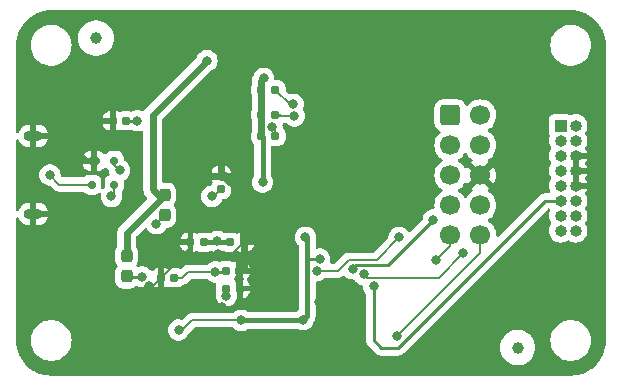
<source format=gbr>
%TF.GenerationSoftware,KiCad,Pcbnew,8.0.5*%
%TF.CreationDate,2024-10-07T14:28:25-07:00*%
%TF.ProjectId,USB_SPII2CK,5553425f-5350-4494-9932-434b2e6b6963,rev?*%
%TF.SameCoordinates,Original*%
%TF.FileFunction,Copper,L2,Bot*%
%TF.FilePolarity,Positive*%
%FSLAX46Y46*%
G04 Gerber Fmt 4.6, Leading zero omitted, Abs format (unit mm)*
G04 Created by KiCad (PCBNEW 8.0.5) date 2024-10-07 14:28:25*
%MOMM*%
%LPD*%
G01*
G04 APERTURE LIST*
G04 Aperture macros list*
%AMRoundRect*
0 Rectangle with rounded corners*
0 $1 Rounding radius*
0 $2 $3 $4 $5 $6 $7 $8 $9 X,Y pos of 4 corners*
0 Add a 4 corners polygon primitive as box body*
4,1,4,$2,$3,$4,$5,$6,$7,$8,$9,$2,$3,0*
0 Add four circle primitives for the rounded corners*
1,1,$1+$1,$2,$3*
1,1,$1+$1,$4,$5*
1,1,$1+$1,$6,$7*
1,1,$1+$1,$8,$9*
0 Add four rect primitives between the rounded corners*
20,1,$1+$1,$2,$3,$4,$5,0*
20,1,$1+$1,$4,$5,$6,$7,0*
20,1,$1+$1,$6,$7,$8,$9,0*
20,1,$1+$1,$8,$9,$2,$3,0*%
G04 Aperture macros list end*
%TA.AperFunction,ComponentPad*%
%ADD10O,1.600000X0.900000*%
%TD*%
%TA.AperFunction,ComponentPad*%
%ADD11RoundRect,0.250000X-0.600000X-0.600000X0.600000X-0.600000X0.600000X0.600000X-0.600000X0.600000X0*%
%TD*%
%TA.AperFunction,ComponentPad*%
%ADD12C,1.700000*%
%TD*%
%TA.AperFunction,ComponentPad*%
%ADD13R,1.000000X1.000000*%
%TD*%
%TA.AperFunction,ComponentPad*%
%ADD14O,1.000000X1.000000*%
%TD*%
%TA.AperFunction,SMDPad,CuDef*%
%ADD15RoundRect,0.155000X0.212500X0.155000X-0.212500X0.155000X-0.212500X-0.155000X0.212500X-0.155000X0*%
%TD*%
%TA.AperFunction,SMDPad,CuDef*%
%ADD16RoundRect,0.160000X0.197500X0.160000X-0.197500X0.160000X-0.197500X-0.160000X0.197500X-0.160000X0*%
%TD*%
%TA.AperFunction,SMDPad,CuDef*%
%ADD17C,1.000000*%
%TD*%
%TA.AperFunction,SMDPad,CuDef*%
%ADD18RoundRect,0.155000X-0.212500X-0.155000X0.212500X-0.155000X0.212500X0.155000X-0.212500X0.155000X0*%
%TD*%
%TA.AperFunction,SMDPad,CuDef*%
%ADD19RoundRect,0.237500X-0.237500X0.300000X-0.237500X-0.300000X0.237500X-0.300000X0.237500X0.300000X0*%
%TD*%
%TA.AperFunction,SMDPad,CuDef*%
%ADD20RoundRect,0.155000X-0.155000X0.212500X-0.155000X-0.212500X0.155000X-0.212500X0.155000X0.212500X0*%
%TD*%
%TA.AperFunction,SMDPad,CuDef*%
%ADD21RoundRect,0.175000X-0.325000X0.175000X-0.325000X-0.175000X0.325000X-0.175000X0.325000X0.175000X0*%
%TD*%
%TA.AperFunction,SMDPad,CuDef*%
%ADD22RoundRect,0.150000X-0.150000X0.200000X-0.150000X-0.200000X0.150000X-0.200000X0.150000X0.200000X0*%
%TD*%
%TA.AperFunction,ViaPad*%
%ADD23C,0.800000*%
%TD*%
%TA.AperFunction,Conductor*%
%ADD24C,0.200000*%
%TD*%
%TA.AperFunction,Conductor*%
%ADD25C,0.250000*%
%TD*%
%TA.AperFunction,Conductor*%
%ADD26C,0.254000*%
%TD*%
%TA.AperFunction,Conductor*%
%ADD27C,0.500000*%
%TD*%
%TA.AperFunction,Conductor*%
%ADD28C,0.400000*%
%TD*%
%TA.AperFunction,Conductor*%
%ADD29C,0.600000*%
%TD*%
%TA.AperFunction,Conductor*%
%ADD30C,0.800000*%
%TD*%
G04 APERTURE END LIST*
D10*
%TO.P,J4,6,Shield*%
%TO.N,GND*%
X124200000Y-94400000D03*
X124200000Y-101000000D03*
%TD*%
D11*
%TO.P,J1,1,Pin_1*%
%TO.N,unconnected-(J1-Pin_1-Pad1)*%
X159500000Y-92640000D03*
D12*
%TO.P,J1,2,Pin_2*%
%TO.N,unconnected-(J1-Pin_2-Pad2)*%
X162040000Y-92640000D03*
%TO.P,J1,3,Pin_3*%
%TO.N,unconnected-(J1-Pin_3-Pad3)*%
X159500000Y-95180000D03*
%TO.P,J1,4,Pin_4*%
%TO.N,unconnected-(J1-Pin_4-Pad4)*%
X162040000Y-95180000D03*
%TO.P,J1,5,Pin_5*%
%TO.N,unconnected-(J1-Pin_5-Pad5)*%
X159500000Y-97720000D03*
%TO.P,J1,6,Pin_6*%
%TO.N,GND*%
X162040000Y-97720000D03*
%TO.P,J1,7,Pin_7*%
%TO.N,unconnected-(J1-Pin_7-Pad7)*%
X159500000Y-100260000D03*
%TO.P,J1,8,Pin_8*%
%TO.N,unconnected-(J1-Pin_8-Pad8)*%
X162040000Y-100260000D03*
%TO.P,J1,9,Pin_9*%
%TO.N,/I2C_SCL*%
X159500000Y-102800000D03*
%TO.P,J1,10,Pin_10*%
%TO.N,/I2C_SDA*%
X162040000Y-102800000D03*
%TD*%
D13*
%TO.P,J6,1,Pin_1*%
%TO.N,unconnected-(J6-Pin_1-Pad1)*%
X168830000Y-93520000D03*
D14*
%TO.P,J6,2,Pin_2*%
%TO.N,unconnected-(J6-Pin_2-Pad2)*%
X170100000Y-93520000D03*
%TO.P,J6,3,Pin_3*%
%TO.N,unconnected-(J6-Pin_3-Pad3)*%
X168830000Y-94790000D03*
%TO.P,J6,4,Pin_4*%
%TO.N,/~{RESET}*%
X170100000Y-94790000D03*
%TO.P,J6,5,Pin_5*%
%TO.N,unconnected-(J6-Pin_5-Pad5)*%
X168830000Y-96060000D03*
%TO.P,J6,6,Pin_6*%
%TO.N,GND*%
X170100000Y-96060000D03*
%TO.P,J6,7,Pin_7*%
%TO.N,unconnected-(J6-Pin_7-Pad7)*%
X168830000Y-97330000D03*
%TO.P,J6,8,Pin_8*%
%TO.N,GND*%
X170100000Y-97330000D03*
%TO.P,J6,9,Pin_9*%
%TO.N,unconnected-(J6-Pin_9-Pad9)*%
X168830000Y-98600000D03*
%TO.P,J6,10,Pin_10*%
%TO.N,GND*%
X170100000Y-98600000D03*
%TO.P,J6,11,Pin_11*%
%TO.N,/SPI_SCK*%
X168830000Y-99870000D03*
%TO.P,J6,12,Pin_12*%
%TO.N,/SPI_SSN*%
X170100000Y-99870000D03*
%TO.P,J6,13,Pin_13*%
%TO.N,/SPI_MISO*%
X168830000Y-101140000D03*
%TO.P,J6,14,Pin_14*%
%TO.N,/SPI_MOSI*%
X170100000Y-101140000D03*
%TO.P,J6,15,Pin_15*%
%TO.N,unconnected-(J6-Pin_15-Pad15)*%
X168830000Y-102410000D03*
%TO.P,J6,16,Pin_16*%
%TO.N,unconnected-(J6-Pin_16-Pad16)*%
X170100000Y-102410000D03*
%TD*%
D15*
%TO.P,C9,1*%
%TO.N,GND*%
X141635000Y-105800000D03*
%TO.P,C9,2*%
%TO.N,Net-(U2-VPLL)*%
X140500000Y-105800000D03*
%TD*%
%TO.P,C8,1*%
%TO.N,Net-(U2-VPLL)*%
X136135000Y-106400000D03*
%TO.P,C8,2*%
%TO.N,GND*%
X135000000Y-106400000D03*
%TD*%
%TO.P,C1,1*%
%TO.N,GND*%
X141667500Y-107300000D03*
%TO.P,C1,2*%
%TO.N,Net-(U2-VREGOUT)*%
X140532500Y-107300000D03*
%TD*%
D16*
%TO.P,R8,1*%
%TO.N,Net-(U2-EECLK)*%
X144695000Y-92600000D03*
%TO.P,R8,2*%
%TO.N,+3.3V*%
X143500000Y-92600000D03*
%TD*%
D15*
%TO.P,C14,1*%
%TO.N,GND*%
X142000000Y-103400000D03*
%TO.P,C14,2*%
%TO.N,Net-(U2-VPHY)*%
X140865000Y-103400000D03*
%TD*%
D17*
%TO.P,FID4,*%
%TO.N,*%
X165200000Y-112300000D03*
%TD*%
D18*
%TO.P,C12,1*%
%TO.N,GND*%
X130932500Y-93100000D03*
%TO.P,C12,2*%
%TO.N,Net-(U1-BP)*%
X132067500Y-93100000D03*
%TD*%
D19*
%TO.P,FB1,1*%
%TO.N,+3.3V*%
X132100000Y-104537500D03*
%TO.P,FB1,2*%
%TO.N,Net-(U2-VPLL)*%
X132100000Y-106262500D03*
%TD*%
D17*
%TO.P,FID3,*%
%TO.N,*%
X129500000Y-86100000D03*
%TD*%
D20*
%TO.P,C3,1*%
%TO.N,GND*%
X140100000Y-97732500D03*
%TO.P,C3,2*%
%TO.N,Net-(U2-VREGOUT)*%
X140100000Y-98867500D03*
%TD*%
D15*
%TO.P,C13,1*%
%TO.N,Net-(U2-VPHY)*%
X138635000Y-103400000D03*
%TO.P,C13,2*%
%TO.N,GND*%
X137500000Y-103400000D03*
%TD*%
D21*
%TO.P,D1,1,GND*%
%TO.N,GND*%
X129350000Y-96500000D03*
D22*
%TO.P,D1,2,I/O1*%
%TO.N,/USB-*%
X131050000Y-96500000D03*
%TO.P,D1,3,I/O2*%
%TO.N,/USB+*%
X131050000Y-98500000D03*
%TO.P,D1,4,VCC*%
%TO.N,VBUS*%
X129150000Y-98500000D03*
%TD*%
D19*
%TO.P,FB2,1*%
%TO.N,+3.3V*%
X135300000Y-99375000D03*
%TO.P,FB2,2*%
%TO.N,Net-(U2-VPHY)*%
X135300000Y-101100000D03*
%TD*%
D16*
%TO.P,R9,1*%
%TO.N,Net-(U2-EEDATA)*%
X144695000Y-90500000D03*
%TO.P,R9,2*%
%TO.N,+3.3V*%
X143500000Y-90500000D03*
%TD*%
%TO.P,R7,1*%
%TO.N,Net-(U2-EECS)*%
X144695000Y-94400000D03*
%TO.P,R7,2*%
%TO.N,+3.3V*%
X143500000Y-94400000D03*
%TD*%
D23*
%TO.N,Net-(U2-VREGOUT)*%
X140536549Y-107920050D03*
X139300000Y-99500000D03*
%TO.N,GND*%
X148238000Y-87762500D03*
X146600000Y-101400000D03*
X139600000Y-101700000D03*
X130800000Y-91500000D03*
X141600000Y-106500000D03*
X151400000Y-102300000D03*
X137400000Y-97800000D03*
X137900000Y-91100000D03*
X139800000Y-104400000D03*
X140200000Y-108875002D03*
X140900000Y-93800000D03*
X148400000Y-108400000D03*
X134000000Y-107100000D03*
X152900000Y-103900000D03*
X144700000Y-112900000D03*
X126450000Y-92950000D03*
%TO.N,+3.3V*%
X143600000Y-98300000D03*
X147015000Y-109940000D03*
X141800000Y-110000000D03*
X138900000Y-88000000D03*
X143700000Y-89500000D03*
X148437000Y-104799000D03*
X136501000Y-110813000D03*
X147235000Y-102966000D03*
%TO.N,Net-(U2-VPLL)*%
X133400000Y-106300000D03*
X139613000Y-105891000D03*
%TO.N,VBUS*%
X125595000Y-97689500D03*
%TO.N,Net-(U1-BP)*%
X133000000Y-93100000D03*
%TO.N,Net-(U2-VPHY)*%
X139771000Y-103312000D03*
X134600000Y-101800000D03*
%TO.N,/USB-*%
X131500000Y-97300000D03*
%TO.N,/USB+*%
X130800000Y-99500000D03*
%TO.N,/I2C_SDA*%
X155022000Y-111282000D03*
%TO.N,/I2C_SCL*%
X158300000Y-104900000D03*
%TO.N,/SPI_MOSI*%
X160600000Y-104300000D03*
X152166000Y-106100000D03*
%TO.N,/SPI_SCK*%
X153000000Y-107125000D03*
%TO.N,/SPI_SSN*%
X155167000Y-102967000D03*
X148200000Y-105800000D03*
%TO.N,/SPI_MISO*%
X158043000Y-101483000D03*
X151217000Y-105625000D03*
%TO.N,Net-(U2-EECS)*%
X144400000Y-93600000D03*
%TO.N,Net-(U2-EECLK)*%
X146300000Y-92700000D03*
%TO.N,Net-(U2-EEDATA)*%
X146200000Y-91700000D03*
%TD*%
D24*
%TO.N,Net-(U2-VREGOUT)*%
X139468000Y-99500000D02*
X140100000Y-98867500D01*
D25*
X140500000Y-107332000D02*
X140500000Y-107883501D01*
X140500000Y-107883501D02*
X140536549Y-107920050D01*
D24*
X139300000Y-99500000D02*
X139468000Y-99500000D01*
D26*
%TO.N,GND*%
X130800000Y-91500000D02*
X127900000Y-91500000D01*
D27*
X167660000Y-92100000D02*
X162040000Y-97720000D01*
D28*
X126800000Y-93300000D02*
X126450000Y-92950000D01*
X128700000Y-96500000D02*
X126800000Y-94600000D01*
D29*
X144000000Y-101400000D02*
X142000000Y-103400000D01*
X141635000Y-105800000D02*
X141635000Y-106465000D01*
X141600000Y-107232000D02*
X141668000Y-107300000D01*
D24*
X137500000Y-101700000D02*
X137500000Y-97900000D01*
D29*
X151400000Y-102300000D02*
X152900000Y-103800000D01*
D24*
X139800000Y-104400000D02*
X141000000Y-104400000D01*
D28*
X129350000Y-96500000D02*
X128700000Y-96500000D01*
D29*
X146600000Y-101400000D02*
X150500000Y-101400000D01*
D26*
X130932000Y-91632500D02*
X130800000Y-91500000D01*
D30*
X140410000Y-97732500D02*
X140100000Y-97732500D01*
D28*
X126800000Y-94600000D02*
X126800000Y-93300000D01*
D24*
X137500000Y-103400000D02*
X137500000Y-101700000D01*
D27*
X170100000Y-98600000D02*
X170100000Y-97330000D01*
D29*
X141600000Y-106500000D02*
X141600000Y-107232000D01*
D26*
X127900000Y-91500000D02*
X126450000Y-92950000D01*
D27*
X171400000Y-92100000D02*
X167660000Y-92100000D01*
D30*
X140900000Y-93800000D02*
X140900000Y-89100000D01*
D24*
X134300000Y-107100000D02*
X135000000Y-106400000D01*
D30*
X142000000Y-99322500D02*
X140410000Y-97732500D01*
D29*
X152900000Y-103800000D02*
X152900000Y-103900000D01*
X140100000Y-97732500D02*
X140100000Y-94600000D01*
D24*
X137500000Y-97900000D02*
X137400000Y-97800000D01*
D27*
X170100000Y-97330000D02*
X170100000Y-96060000D01*
D29*
X142000000Y-105435000D02*
X142000000Y-103400000D01*
D30*
X142000000Y-103400000D02*
X142000000Y-99322500D01*
D24*
X137500000Y-103400000D02*
X137500000Y-103900000D01*
D27*
X170100000Y-96060000D02*
X171400000Y-96060000D01*
D29*
X137468000Y-97732500D02*
X137400000Y-97800000D01*
D30*
X142238000Y-87762500D02*
X148238000Y-87762500D01*
D27*
X158100000Y-90500000D02*
X152900000Y-95700000D01*
X152900000Y-95700000D02*
X152900000Y-103800000D01*
D29*
X140100000Y-97732500D02*
X137468000Y-97732500D01*
D30*
X140900000Y-89100000D02*
X142238000Y-87762500D01*
D29*
X141635000Y-106465000D02*
X141600000Y-106500000D01*
D24*
X134000000Y-107100000D02*
X134300000Y-107100000D01*
D29*
X150500000Y-101400000D02*
X151400000Y-102300000D01*
D24*
X137500000Y-103900000D02*
X135000000Y-106400000D01*
D29*
X141635000Y-105800000D02*
X142000000Y-105435000D01*
D27*
X162800000Y-90500000D02*
X158100000Y-90500000D01*
D26*
X130932000Y-93100000D02*
X130932000Y-91632500D01*
D24*
X139600000Y-101700000D02*
X137500000Y-101700000D01*
D27*
X165930000Y-93630000D02*
X162800000Y-90500000D01*
D29*
X146600000Y-101400000D02*
X144000000Y-101400000D01*
X140100000Y-94600000D02*
X140900000Y-93800000D01*
D27*
X171400000Y-96060000D02*
X171400000Y-92100000D01*
D24*
X141000000Y-104400000D02*
X142000000Y-103400000D01*
%TO.N,+3.3V*%
X143500000Y-89700000D02*
X143700000Y-89500000D01*
X136514000Y-110800000D02*
X136501000Y-110813000D01*
D29*
X134775000Y-99375000D02*
X134300000Y-98900000D01*
X143500000Y-90500000D02*
X143500000Y-89700000D01*
D24*
X137600000Y-110000000D02*
X136800000Y-110800000D01*
D28*
X147400000Y-103131000D02*
X147235000Y-102966000D01*
D29*
X134300000Y-98900000D02*
X134300000Y-92600000D01*
X132100000Y-102575000D02*
X135300000Y-99375000D01*
D26*
X147400000Y-104800000D02*
X148436000Y-104800000D01*
D24*
X141800000Y-110000000D02*
X137600000Y-110000000D01*
D28*
X141800000Y-110000000D02*
X147000000Y-110000000D01*
D29*
X143500000Y-92600000D02*
X143500000Y-94400000D01*
D28*
X147000000Y-110000000D02*
X147200000Y-109800000D01*
D29*
X134300000Y-92600000D02*
X138900000Y-88000000D01*
D28*
X143600000Y-98300000D02*
X143600000Y-94500000D01*
D29*
X135300000Y-99375000D02*
X134775000Y-99375000D01*
D27*
X147155000Y-109800000D02*
X147015000Y-109940000D01*
D29*
X143500000Y-90500000D02*
X143500000Y-92600000D01*
D28*
X147400000Y-109600000D02*
X147400000Y-104800000D01*
D24*
X136800000Y-110800000D02*
X136514000Y-110800000D01*
D27*
X147200000Y-109800000D02*
X147155000Y-109800000D01*
D29*
X132100000Y-104537500D02*
X132100000Y-102575000D01*
D28*
X147400000Y-104800000D02*
X147400000Y-103131000D01*
X147200000Y-109800000D02*
X147400000Y-109600000D01*
D26*
X148436000Y-104800000D02*
X148437000Y-104799000D01*
D24*
%TO.N,Net-(U2-VPLL)*%
X139604000Y-105900000D02*
X139613000Y-105891000D01*
X137300000Y-105900000D02*
X139604000Y-105900000D01*
X136135000Y-106400000D02*
X136800000Y-106400000D01*
D25*
X133400000Y-106300000D02*
X132138000Y-106300000D01*
D24*
X136800000Y-106400000D02*
X137300000Y-105900000D01*
D25*
X139613000Y-105891000D02*
X140409000Y-105891000D01*
D24*
%TO.N,VBUS*%
X129150000Y-98500000D02*
X126406000Y-98500000D01*
X126406000Y-98500000D02*
X125595000Y-97689500D01*
D26*
%TO.N,Net-(U1-BP)*%
X132068000Y-93100000D02*
X133000000Y-93100000D01*
D28*
%TO.N,Net-(U2-VPHY)*%
X140865000Y-103400000D02*
X139859000Y-103400000D01*
X139684000Y-103400000D02*
X139771000Y-103312000D01*
X138635000Y-103400000D02*
X139684000Y-103400000D01*
X139859000Y-103400000D02*
X139771000Y-103312000D01*
D24*
X135300000Y-101100000D02*
X134600000Y-101800000D01*
%TO.N,/USB-*%
X131050000Y-96500000D02*
X131050000Y-96850000D01*
X131050000Y-96850000D02*
X131500000Y-97300000D01*
%TO.N,/USB+*%
X131050000Y-99250000D02*
X130800000Y-99500000D01*
X131050000Y-98500000D02*
X131050000Y-99250000D01*
%TO.N,/I2C_SDA*%
X162040000Y-102800000D02*
X162040000Y-104264000D01*
X162040000Y-104264000D02*
X155022000Y-111282000D01*
%TO.N,/I2C_SCL*%
X159500000Y-102800000D02*
X159500000Y-103700000D01*
X159500000Y-103700000D02*
X158300000Y-104900000D01*
%TO.N,/SPI_MOSI*%
X160600000Y-104300000D02*
X158500000Y-106400000D01*
X152466000Y-106400000D02*
X152166000Y-106100000D01*
X158500000Y-106400000D02*
X152466000Y-106400000D01*
D25*
%TO.N,/SPI_SCK*%
X153000000Y-111700000D02*
X153000000Y-107125000D01*
X153658000Y-112358000D02*
X153000000Y-111700000D01*
X168830000Y-99870000D02*
X167530000Y-99870000D01*
X155042000Y-112358000D02*
X153658000Y-112358000D01*
X167530000Y-99870000D02*
X155042000Y-112358000D01*
D24*
%TO.N,/SPI_SSN*%
X153259000Y-104875000D02*
X155167000Y-102967000D01*
X150907000Y-104875000D02*
X153259000Y-104875000D01*
X149982000Y-105800000D02*
X150907000Y-104875000D01*
X148200000Y-105800000D02*
X149982000Y-105800000D01*
D25*
%TO.N,/SPI_MISO*%
X158043000Y-101483000D02*
X154201000Y-105325000D01*
X154201000Y-105325000D02*
X151517000Y-105325000D01*
X151517000Y-105325000D02*
X151217000Y-105625000D01*
D24*
%TO.N,Net-(U2-EECS)*%
X144695000Y-94400000D02*
X144695000Y-93895000D01*
X144695000Y-93895000D02*
X144400000Y-93600000D01*
%TO.N,Net-(U2-EECLK)*%
X145048000Y-92650000D02*
X144998000Y-92600000D01*
X145098000Y-92700000D02*
X145048000Y-92650000D01*
D25*
X145048000Y-92650000D02*
X144745000Y-92650000D01*
D24*
X146300000Y-92700000D02*
X145098000Y-92700000D01*
%TO.N,Net-(U2-EEDATA)*%
X145895000Y-91700000D02*
X144695000Y-90500000D01*
X146200000Y-91700000D02*
X145895000Y-91700000D01*
%TD*%
%TA.AperFunction,Conductor*%
%TO.N,GND*%
G36*
X161574075Y-97912993D02*
G01*
X161639901Y-98027007D01*
X161732993Y-98120099D01*
X161847007Y-98185925D01*
X161910590Y-98202962D01*
X161278625Y-98834925D01*
X161354594Y-98888119D01*
X161398219Y-98942696D01*
X161405413Y-99012194D01*
X161373890Y-99074549D01*
X161354595Y-99091269D01*
X161168594Y-99221508D01*
X161001505Y-99388597D01*
X160871575Y-99574158D01*
X160816998Y-99617783D01*
X160747500Y-99624977D01*
X160685145Y-99593454D01*
X160668425Y-99574158D01*
X160538494Y-99388597D01*
X160371402Y-99221506D01*
X160371396Y-99221501D01*
X160185842Y-99091575D01*
X160142217Y-99036998D01*
X160135023Y-98967500D01*
X160166546Y-98905145D01*
X160185842Y-98888425D01*
X160219783Y-98864659D01*
X160371401Y-98758495D01*
X160538495Y-98591401D01*
X160668732Y-98405403D01*
X160723307Y-98361780D01*
X160792805Y-98354586D01*
X160855160Y-98386109D01*
X160871880Y-98405405D01*
X160925073Y-98481373D01*
X161557037Y-97849409D01*
X161574075Y-97912993D01*
G37*
%TD.AperFunction*%
%TA.AperFunction,Conductor*%
G36*
X160854855Y-95846546D02*
G01*
X160871575Y-95865842D01*
X161001500Y-96051395D01*
X161001505Y-96051401D01*
X161168599Y-96218495D01*
X161354158Y-96348425D01*
X161354594Y-96348730D01*
X161398218Y-96403307D01*
X161405411Y-96472806D01*
X161373889Y-96535160D01*
X161354593Y-96551880D01*
X161278626Y-96605072D01*
X161278625Y-96605072D01*
X161910590Y-97237037D01*
X161847007Y-97254075D01*
X161732993Y-97319901D01*
X161639901Y-97412993D01*
X161574075Y-97527007D01*
X161557037Y-97590590D01*
X160925073Y-96958626D01*
X160871881Y-97034594D01*
X160817304Y-97078219D01*
X160747806Y-97085413D01*
X160685451Y-97053891D01*
X160668730Y-97034594D01*
X160538494Y-96848597D01*
X160371402Y-96681506D01*
X160371396Y-96681501D01*
X160185842Y-96551575D01*
X160142217Y-96496998D01*
X160135023Y-96427500D01*
X160166546Y-96365145D01*
X160185842Y-96348425D01*
X160208026Y-96332891D01*
X160371401Y-96218495D01*
X160538495Y-96051401D01*
X160668425Y-95865842D01*
X160723002Y-95822217D01*
X160792500Y-95815023D01*
X160854855Y-95846546D01*
G37*
%TD.AperFunction*%
%TA.AperFunction,Conductor*%
G36*
X169703244Y-83725670D02*
G01*
X170004433Y-83741455D01*
X170017340Y-83742812D01*
X170076810Y-83752231D01*
X170312022Y-83789484D01*
X170324690Y-83792176D01*
X170612901Y-83869402D01*
X170625228Y-83873407D01*
X170903781Y-83980334D01*
X170915617Y-83985603D01*
X171181477Y-84121065D01*
X171192683Y-84127535D01*
X171442923Y-84290044D01*
X171453414Y-84297666D01*
X171685282Y-84485429D01*
X171694927Y-84494114D01*
X171905885Y-84705072D01*
X171914570Y-84714717D01*
X172102333Y-84946585D01*
X172109958Y-84957079D01*
X172272460Y-85207310D01*
X172278937Y-85218529D01*
X172414391Y-85484372D01*
X172419670Y-85496229D01*
X172526589Y-85774762D01*
X172530600Y-85787107D01*
X172607819Y-86075293D01*
X172610517Y-86087989D01*
X172657187Y-86382659D01*
X172658544Y-86395566D01*
X172674330Y-86696756D01*
X172674500Y-86703246D01*
X172674500Y-111696753D01*
X172674330Y-111703243D01*
X172658544Y-112004433D01*
X172657187Y-112017340D01*
X172610517Y-112312010D01*
X172607819Y-112324706D01*
X172530600Y-112612892D01*
X172526589Y-112625237D01*
X172419670Y-112903770D01*
X172414391Y-112915627D01*
X172278941Y-113181464D01*
X172272455Y-113192697D01*
X172181655Y-113332517D01*
X172109962Y-113442914D01*
X172102333Y-113453414D01*
X171914570Y-113685282D01*
X171905885Y-113694927D01*
X171694927Y-113905885D01*
X171685282Y-113914570D01*
X171453414Y-114102333D01*
X171442914Y-114109962D01*
X171192697Y-114272455D01*
X171181464Y-114278941D01*
X170915627Y-114414391D01*
X170903770Y-114419670D01*
X170625237Y-114526589D01*
X170612892Y-114530600D01*
X170324706Y-114607819D01*
X170312010Y-114610517D01*
X170017340Y-114657187D01*
X170004433Y-114658544D01*
X169703244Y-114674330D01*
X169696754Y-114674500D01*
X125703246Y-114674500D01*
X125696756Y-114674330D01*
X125395566Y-114658544D01*
X125382659Y-114657187D01*
X125087989Y-114610517D01*
X125075293Y-114607819D01*
X124787107Y-114530600D01*
X124774762Y-114526589D01*
X124496229Y-114419670D01*
X124484372Y-114414391D01*
X124455029Y-114399440D01*
X124218529Y-114278937D01*
X124207310Y-114272460D01*
X123957079Y-114109958D01*
X123946585Y-114102333D01*
X123714717Y-113914570D01*
X123705072Y-113905885D01*
X123494114Y-113694927D01*
X123485429Y-113685282D01*
X123297666Y-113453414D01*
X123290044Y-113442923D01*
X123127535Y-113192683D01*
X123121065Y-113181477D01*
X122985603Y-112915617D01*
X122980334Y-112903781D01*
X122873407Y-112625228D01*
X122869402Y-112612901D01*
X122792176Y-112324690D01*
X122789484Y-112312022D01*
X122742812Y-112017340D01*
X122741455Y-112004433D01*
X122725670Y-111703243D01*
X122725585Y-111699995D01*
X123969662Y-111699995D01*
X123969662Y-111700004D01*
X123988986Y-111957883D01*
X123988987Y-111957888D01*
X124046532Y-112210012D01*
X124046534Y-112210021D01*
X124046536Y-112210026D01*
X124141019Y-112450766D01*
X124270328Y-112674734D01*
X124335720Y-112756733D01*
X124431575Y-112876933D01*
X124610537Y-113042984D01*
X124621152Y-113052833D01*
X124834831Y-113198517D01*
X124834836Y-113198519D01*
X124834837Y-113198520D01*
X124834838Y-113198521D01*
X124889377Y-113224785D01*
X125067833Y-113310724D01*
X125067834Y-113310724D01*
X125067837Y-113310726D01*
X125314964Y-113386955D01*
X125570692Y-113425500D01*
X125570693Y-113425500D01*
X125829307Y-113425500D01*
X125829308Y-113425500D01*
X126085036Y-113386955D01*
X126332163Y-113310726D01*
X126565169Y-113198517D01*
X126778848Y-113052833D01*
X126968428Y-112876929D01*
X127129672Y-112674734D01*
X127258981Y-112450766D01*
X127353464Y-112210026D01*
X127411012Y-111957893D01*
X127414167Y-111915792D01*
X127430338Y-111700004D01*
X127430338Y-111699995D01*
X127411013Y-111442116D01*
X127411012Y-111442111D01*
X127411012Y-111442107D01*
X127353464Y-111189974D01*
X127258981Y-110949234D01*
X127180326Y-110813000D01*
X135595540Y-110813000D01*
X135615326Y-111001256D01*
X135615327Y-111001259D01*
X135673818Y-111181277D01*
X135673821Y-111181284D01*
X135768467Y-111345216D01*
X135895129Y-111485888D01*
X136048265Y-111597148D01*
X136048270Y-111597151D01*
X136221192Y-111674142D01*
X136221197Y-111674144D01*
X136406354Y-111713500D01*
X136406355Y-111713500D01*
X136595644Y-111713500D01*
X136595646Y-111713500D01*
X136780803Y-111674144D01*
X136953730Y-111597151D01*
X137106871Y-111485888D01*
X137233533Y-111345216D01*
X137321841Y-111192262D01*
X137328177Y-111181288D01*
X137328177Y-111181286D01*
X137328179Y-111181284D01*
X137347968Y-111120376D01*
X137378215Y-111071018D01*
X137812416Y-110636819D01*
X137873739Y-110603334D01*
X137900097Y-110600500D01*
X141073742Y-110600500D01*
X141140781Y-110620185D01*
X141165891Y-110641527D01*
X141194128Y-110672887D01*
X141194135Y-110672893D01*
X141347265Y-110784148D01*
X141347270Y-110784151D01*
X141520192Y-110861142D01*
X141520197Y-110861144D01*
X141705354Y-110900500D01*
X141705355Y-110900500D01*
X141894644Y-110900500D01*
X141894646Y-110900500D01*
X142079803Y-110861144D01*
X142252730Y-110784151D01*
X142300032Y-110749784D01*
X142335271Y-110724182D01*
X142401077Y-110700702D01*
X142408156Y-110700500D01*
X146489427Y-110700500D01*
X146556466Y-110720185D01*
X146562244Y-110724136D01*
X146562270Y-110724151D01*
X146735192Y-110801142D01*
X146735197Y-110801144D01*
X146920354Y-110840500D01*
X146920355Y-110840500D01*
X147109644Y-110840500D01*
X147109646Y-110840500D01*
X147294803Y-110801144D01*
X147467730Y-110724151D01*
X147620871Y-110612888D01*
X147747533Y-110472216D01*
X147842179Y-110308284D01*
X147900674Y-110128256D01*
X147900674Y-110128248D01*
X147902026Y-110121894D01*
X147903445Y-110122195D01*
X147927160Y-110064548D01*
X147936215Y-110054441D01*
X147944114Y-110046543D01*
X148020775Y-109931811D01*
X148073580Y-109804328D01*
X148100500Y-109668994D01*
X148100500Y-109531006D01*
X148100500Y-106824500D01*
X148120185Y-106757461D01*
X148172989Y-106711706D01*
X148224500Y-106700500D01*
X148294644Y-106700500D01*
X148294646Y-106700500D01*
X148479803Y-106661144D01*
X148652730Y-106584151D01*
X148805871Y-106472888D01*
X148834109Y-106441527D01*
X148893595Y-106404879D01*
X148926258Y-106400500D01*
X149895331Y-106400500D01*
X149895347Y-106400501D01*
X149902943Y-106400501D01*
X150061054Y-106400501D01*
X150061057Y-106400501D01*
X150213785Y-106359577D01*
X150263904Y-106330639D01*
X150350716Y-106280520D01*
X150387120Y-106244115D01*
X150448440Y-106210630D01*
X150518132Y-106215613D01*
X150566950Y-106248823D01*
X150611128Y-106297887D01*
X150611129Y-106297888D01*
X150764265Y-106409148D01*
X150764270Y-106409151D01*
X150937192Y-106486142D01*
X150937197Y-106486144D01*
X151122354Y-106525500D01*
X151122355Y-106525500D01*
X151300263Y-106525500D01*
X151367302Y-106545185D01*
X151407650Y-106587500D01*
X151433467Y-106632216D01*
X151550004Y-106761643D01*
X151560129Y-106772888D01*
X151713265Y-106884148D01*
X151713270Y-106884151D01*
X151886191Y-106961142D01*
X151886193Y-106961142D01*
X151886197Y-106961144D01*
X151997626Y-106984828D01*
X152059103Y-107018018D01*
X152092880Y-107079181D01*
X152095162Y-107119071D01*
X152094540Y-107124992D01*
X152094540Y-107124997D01*
X152094540Y-107125000D01*
X152114326Y-107313256D01*
X152114327Y-107313259D01*
X152172818Y-107493277D01*
X152172821Y-107493284D01*
X152267467Y-107657216D01*
X152310772Y-107705310D01*
X152342650Y-107740715D01*
X152372880Y-107803706D01*
X152374500Y-107823687D01*
X152374500Y-111761609D01*
X152382870Y-111803686D01*
X152382870Y-111803688D01*
X152398535Y-111882444D01*
X152398538Y-111882454D01*
X152412347Y-111915792D01*
X152412347Y-111915793D01*
X152445685Y-111996280D01*
X152445690Y-111996289D01*
X152479914Y-112047507D01*
X152479915Y-112047509D01*
X152514140Y-112098731D01*
X152514141Y-112098732D01*
X152514142Y-112098733D01*
X152601267Y-112185858D01*
X152601268Y-112185858D01*
X152608335Y-112192925D01*
X152608334Y-112192925D01*
X152608338Y-112192928D01*
X153259263Y-112843855D01*
X153259267Y-112843858D01*
X153361710Y-112912309D01*
X153361711Y-112912309D01*
X153361715Y-112912312D01*
X153428396Y-112939931D01*
X153428398Y-112939933D01*
X153475543Y-112959461D01*
X153475548Y-112959463D01*
X153495597Y-112963451D01*
X153529196Y-112970134D01*
X153596392Y-112983501D01*
X153596394Y-112983501D01*
X153725721Y-112983501D01*
X153725741Y-112983500D01*
X155103607Y-112983500D01*
X155164029Y-112971481D01*
X155224452Y-112959463D01*
X155224455Y-112959461D01*
X155224458Y-112959461D01*
X155257787Y-112945654D01*
X155257786Y-112945654D01*
X155257792Y-112945652D01*
X155338286Y-112912312D01*
X155391239Y-112876929D01*
X155440733Y-112843858D01*
X155527858Y-112756733D01*
X155527859Y-112756731D01*
X155534925Y-112749665D01*
X155534927Y-112749661D01*
X155984594Y-112299994D01*
X163694357Y-112299994D01*
X163694357Y-112300005D01*
X163714890Y-112547812D01*
X163714892Y-112547824D01*
X163775936Y-112788881D01*
X163875826Y-113016606D01*
X164011833Y-113224782D01*
X164011836Y-113224785D01*
X164180256Y-113407738D01*
X164376491Y-113560474D01*
X164595190Y-113678828D01*
X164830386Y-113759571D01*
X165075665Y-113800500D01*
X165324335Y-113800500D01*
X165569614Y-113759571D01*
X165804810Y-113678828D01*
X166023509Y-113560474D01*
X166219744Y-113407738D01*
X166388164Y-113224785D01*
X166524173Y-113016607D01*
X166624063Y-112788881D01*
X166685108Y-112547821D01*
X166685109Y-112547812D01*
X166705643Y-112300005D01*
X166705643Y-112299994D01*
X166685109Y-112052187D01*
X166685107Y-112052175D01*
X166624063Y-111811118D01*
X166575320Y-111699995D01*
X167969662Y-111699995D01*
X167969662Y-111700004D01*
X167988986Y-111957883D01*
X167988987Y-111957888D01*
X168046532Y-112210012D01*
X168046534Y-112210021D01*
X168046536Y-112210026D01*
X168141019Y-112450766D01*
X168270328Y-112674734D01*
X168335720Y-112756733D01*
X168431575Y-112876933D01*
X168610537Y-113042984D01*
X168621152Y-113052833D01*
X168834831Y-113198517D01*
X168834836Y-113198519D01*
X168834837Y-113198520D01*
X168834838Y-113198521D01*
X168889377Y-113224785D01*
X169067833Y-113310724D01*
X169067834Y-113310724D01*
X169067837Y-113310726D01*
X169314964Y-113386955D01*
X169570692Y-113425500D01*
X169570693Y-113425500D01*
X169829307Y-113425500D01*
X169829308Y-113425500D01*
X170085036Y-113386955D01*
X170332163Y-113310726D01*
X170565169Y-113198517D01*
X170778848Y-113052833D01*
X170968428Y-112876929D01*
X171129672Y-112674734D01*
X171258981Y-112450766D01*
X171353464Y-112210026D01*
X171411012Y-111957893D01*
X171414167Y-111915792D01*
X171430338Y-111700004D01*
X171430338Y-111699995D01*
X171411013Y-111442116D01*
X171411012Y-111442111D01*
X171411012Y-111442107D01*
X171353464Y-111189974D01*
X171258981Y-110949234D01*
X171129672Y-110725266D01*
X170968428Y-110523071D01*
X170968427Y-110523070D01*
X170968424Y-110523066D01*
X170778848Y-110347167D01*
X170721808Y-110308278D01*
X170565169Y-110201483D01*
X170565165Y-110201481D01*
X170565162Y-110201479D01*
X170565161Y-110201478D01*
X170332165Y-110089275D01*
X170332167Y-110089275D01*
X170085044Y-110013047D01*
X170085040Y-110013046D01*
X170085036Y-110013045D01*
X169962025Y-109994504D01*
X169829313Y-109974500D01*
X169829308Y-109974500D01*
X169570692Y-109974500D01*
X169570686Y-109974500D01*
X169411430Y-109998504D01*
X169314964Y-110013045D01*
X169314961Y-110013046D01*
X169314955Y-110013047D01*
X169067833Y-110089275D01*
X168834838Y-110201478D01*
X168834837Y-110201479D01*
X168621151Y-110347167D01*
X168431575Y-110523066D01*
X168270328Y-110725266D01*
X168141019Y-110949233D01*
X168046538Y-111189968D01*
X168046532Y-111189987D01*
X167988987Y-111442111D01*
X167988986Y-111442116D01*
X167969662Y-111699995D01*
X166575320Y-111699995D01*
X166524173Y-111583393D01*
X166388166Y-111375217D01*
X166360546Y-111345214D01*
X166219744Y-111192262D01*
X166023509Y-111039526D01*
X166023507Y-111039525D01*
X166023506Y-111039524D01*
X165804811Y-110921172D01*
X165804802Y-110921169D01*
X165569616Y-110840429D01*
X165324335Y-110799500D01*
X165075665Y-110799500D01*
X164830383Y-110840429D01*
X164595197Y-110921169D01*
X164595188Y-110921172D01*
X164376493Y-111039524D01*
X164180257Y-111192261D01*
X164011833Y-111375217D01*
X163875826Y-111583393D01*
X163775936Y-111811118D01*
X163714892Y-112052175D01*
X163714890Y-112052187D01*
X163694357Y-112299994D01*
X155984594Y-112299994D01*
X167737098Y-100547491D01*
X167798419Y-100514008D01*
X167868111Y-100518992D01*
X167924044Y-100560864D01*
X167948461Y-100626328D01*
X167934136Y-100693626D01*
X167901188Y-100755268D01*
X167843975Y-100943870D01*
X167824659Y-101140000D01*
X167843975Y-101336129D01*
X167901188Y-101524733D01*
X167994086Y-101698532D01*
X167997473Y-101703601D01*
X167995836Y-101704694D01*
X168019596Y-101760663D01*
X168007795Y-101829529D01*
X167997109Y-101846156D01*
X167997473Y-101846399D01*
X167994086Y-101851467D01*
X167901188Y-102025266D01*
X167843975Y-102213870D01*
X167824659Y-102410000D01*
X167843975Y-102606129D01*
X167853974Y-102639091D01*
X167896336Y-102778740D01*
X167901188Y-102794733D01*
X167994086Y-102968532D01*
X167994090Y-102968539D01*
X168119116Y-103120883D01*
X168271460Y-103245909D01*
X168271467Y-103245913D01*
X168445266Y-103338811D01*
X168445269Y-103338811D01*
X168445273Y-103338814D01*
X168633868Y-103396024D01*
X168830000Y-103415341D01*
X169026132Y-103396024D01*
X169214727Y-103338814D01*
X169388538Y-103245910D01*
X169388544Y-103245904D01*
X169393607Y-103242523D01*
X169394703Y-103244164D01*
X169450639Y-103220405D01*
X169519507Y-103232194D01*
X169536148Y-103242888D01*
X169536393Y-103242523D01*
X169541458Y-103245907D01*
X169541462Y-103245910D01*
X169715273Y-103338814D01*
X169903868Y-103396024D01*
X170100000Y-103415341D01*
X170296132Y-103396024D01*
X170484727Y-103338814D01*
X170658538Y-103245910D01*
X170810883Y-103120883D01*
X170935910Y-102968538D01*
X171004429Y-102840349D01*
X171028811Y-102794733D01*
X171028811Y-102794732D01*
X171028814Y-102794727D01*
X171086024Y-102606132D01*
X171105341Y-102410000D01*
X171086024Y-102213868D01*
X171028814Y-102025273D01*
X170935910Y-101851462D01*
X170935907Y-101851458D01*
X170932523Y-101846393D01*
X170934164Y-101845296D01*
X170910405Y-101789361D01*
X170922194Y-101720493D01*
X170932888Y-101703851D01*
X170932523Y-101703607D01*
X170935904Y-101698544D01*
X170935910Y-101698538D01*
X171028814Y-101524727D01*
X171086024Y-101336132D01*
X171105341Y-101140000D01*
X171086024Y-100943868D01*
X171028814Y-100755273D01*
X170935910Y-100581462D01*
X170935907Y-100581458D01*
X170932523Y-100576393D01*
X170934164Y-100575296D01*
X170910405Y-100519361D01*
X170922194Y-100450493D01*
X170932888Y-100433851D01*
X170932523Y-100433607D01*
X170935904Y-100428544D01*
X170935910Y-100428538D01*
X171028814Y-100254727D01*
X171086024Y-100066132D01*
X171105341Y-99870000D01*
X171086024Y-99673868D01*
X171028814Y-99485273D01*
X171028643Y-99484954D01*
X170988734Y-99410289D01*
X170935910Y-99311462D01*
X170935906Y-99311457D01*
X170932526Y-99306399D01*
X170934044Y-99305384D01*
X170910081Y-99248962D01*
X170921872Y-99180094D01*
X170932492Y-99163574D01*
X170932111Y-99163320D01*
X170935497Y-99158252D01*
X171028347Y-98984541D01*
X171069160Y-98850000D01*
X170309618Y-98850000D01*
X170360064Y-98799554D01*
X170402851Y-98725445D01*
X170425000Y-98642787D01*
X170425000Y-98557213D01*
X170402851Y-98474555D01*
X170360064Y-98400446D01*
X170309618Y-98350000D01*
X170350000Y-98350000D01*
X171069160Y-98350000D01*
X171069160Y-98349999D01*
X171028347Y-98215458D01*
X170935497Y-98041747D01*
X170932111Y-98036680D01*
X170933665Y-98035641D01*
X170909759Y-97979361D01*
X170921547Y-97910493D01*
X170932441Y-97893540D01*
X170932111Y-97893320D01*
X170935497Y-97888252D01*
X171028347Y-97714541D01*
X171069160Y-97580000D01*
X170350000Y-97580000D01*
X170350000Y-98350000D01*
X170309618Y-98350000D01*
X170299554Y-98339936D01*
X170225445Y-98297149D01*
X170142787Y-98275000D01*
X170057213Y-98275000D01*
X169974555Y-98297149D01*
X169900446Y-98339936D01*
X169850000Y-98390382D01*
X169850000Y-97539618D01*
X169900446Y-97590064D01*
X169974555Y-97632851D01*
X170057213Y-97655000D01*
X170142787Y-97655000D01*
X170225445Y-97632851D01*
X170299554Y-97590064D01*
X170360064Y-97529554D01*
X170402851Y-97455445D01*
X170425000Y-97372787D01*
X170425000Y-97287213D01*
X170402851Y-97204555D01*
X170360064Y-97130446D01*
X170309618Y-97080000D01*
X170350000Y-97080000D01*
X171069160Y-97080000D01*
X171069160Y-97079999D01*
X171028347Y-96945458D01*
X170935497Y-96771747D01*
X170932111Y-96766680D01*
X170933665Y-96765641D01*
X170909759Y-96709361D01*
X170921547Y-96640493D01*
X170932441Y-96623540D01*
X170932111Y-96623320D01*
X170935497Y-96618252D01*
X171028347Y-96444541D01*
X171069160Y-96310000D01*
X170350000Y-96310000D01*
X170350000Y-97080000D01*
X170309618Y-97080000D01*
X170299554Y-97069936D01*
X170225445Y-97027149D01*
X170142787Y-97005000D01*
X170057213Y-97005000D01*
X169974555Y-97027149D01*
X169900446Y-97069936D01*
X169850000Y-97120382D01*
X169850000Y-96269618D01*
X169900446Y-96320064D01*
X169974555Y-96362851D01*
X170057213Y-96385000D01*
X170142787Y-96385000D01*
X170225445Y-96362851D01*
X170299554Y-96320064D01*
X170360064Y-96259554D01*
X170402851Y-96185445D01*
X170425000Y-96102787D01*
X170425000Y-96017213D01*
X170402851Y-95934555D01*
X170360064Y-95860446D01*
X170309618Y-95810000D01*
X171069160Y-95810000D01*
X171069160Y-95809999D01*
X171028347Y-95675458D01*
X170935496Y-95501746D01*
X170932110Y-95496678D01*
X170933784Y-95495559D01*
X170910081Y-95439746D01*
X170921874Y-95370879D01*
X170932839Y-95353818D01*
X170932523Y-95353607D01*
X170935904Y-95348544D01*
X170935910Y-95348538D01*
X171028814Y-95174727D01*
X171086024Y-94986132D01*
X171105341Y-94790000D01*
X171086024Y-94593868D01*
X171028814Y-94405273D01*
X171027675Y-94403143D01*
X170990479Y-94333553D01*
X170935910Y-94231462D01*
X170935907Y-94231458D01*
X170932523Y-94226393D01*
X170934164Y-94225296D01*
X170910405Y-94169361D01*
X170922194Y-94100493D01*
X170932888Y-94083851D01*
X170932523Y-94083607D01*
X170935904Y-94078544D01*
X170935910Y-94078538D01*
X171028814Y-93904727D01*
X171086024Y-93716132D01*
X171105341Y-93520000D01*
X171086024Y-93323868D01*
X171028814Y-93135273D01*
X171028811Y-93135269D01*
X171028811Y-93135266D01*
X170935913Y-92961467D01*
X170935909Y-92961460D01*
X170810883Y-92809116D01*
X170658539Y-92684090D01*
X170658532Y-92684086D01*
X170484733Y-92591188D01*
X170484727Y-92591186D01*
X170296132Y-92533976D01*
X170296129Y-92533975D01*
X170100000Y-92514659D01*
X169903870Y-92533975D01*
X169774462Y-92573231D01*
X169715273Y-92591186D01*
X169715272Y-92591186D01*
X169715267Y-92591188D01*
X169713143Y-92592324D01*
X169711898Y-92592583D01*
X169709641Y-92593518D01*
X169709463Y-92593089D01*
X169644740Y-92606564D01*
X169580382Y-92582231D01*
X169572331Y-92576204D01*
X169572328Y-92576202D01*
X169437482Y-92525908D01*
X169437483Y-92525908D01*
X169377883Y-92519501D01*
X169377881Y-92519500D01*
X169377873Y-92519500D01*
X169377864Y-92519500D01*
X168282129Y-92519500D01*
X168282123Y-92519501D01*
X168222516Y-92525908D01*
X168087671Y-92576202D01*
X168087664Y-92576206D01*
X167972455Y-92662452D01*
X167972452Y-92662455D01*
X167886206Y-92777664D01*
X167886202Y-92777671D01*
X167835908Y-92912517D01*
X167829501Y-92972116D01*
X167829500Y-92972135D01*
X167829500Y-94067870D01*
X167829501Y-94067876D01*
X167835908Y-94127483D01*
X167886202Y-94262328D01*
X167886204Y-94262331D01*
X167892231Y-94270382D01*
X167916648Y-94335846D01*
X167903105Y-94399470D01*
X167903518Y-94399641D01*
X167902595Y-94401869D01*
X167902324Y-94403143D01*
X167901188Y-94405267D01*
X167843975Y-94593870D01*
X167824659Y-94790000D01*
X167843975Y-94986129D01*
X167843976Y-94986132D01*
X167898761Y-95166734D01*
X167901188Y-95174733D01*
X167994086Y-95348532D01*
X167997473Y-95353601D01*
X167995836Y-95354694D01*
X168019596Y-95410663D01*
X168007795Y-95479529D01*
X167997109Y-95496156D01*
X167997473Y-95496399D01*
X167994086Y-95501467D01*
X167901188Y-95675266D01*
X167843975Y-95863870D01*
X167824659Y-96060000D01*
X167843975Y-96256129D01*
X167843976Y-96256132D01*
X167872065Y-96348730D01*
X167901188Y-96444733D01*
X167994086Y-96618532D01*
X167997473Y-96623601D01*
X167995836Y-96624694D01*
X168019596Y-96680663D01*
X168007795Y-96749529D01*
X167997109Y-96766156D01*
X167997473Y-96766399D01*
X167994086Y-96771467D01*
X167901188Y-96945266D01*
X167843975Y-97133870D01*
X167824659Y-97330000D01*
X167843975Y-97526129D01*
X167843976Y-97526132D01*
X167893533Y-97689500D01*
X167901188Y-97714733D01*
X167994086Y-97888532D01*
X167997473Y-97893601D01*
X167995836Y-97894694D01*
X168019596Y-97950663D01*
X168007795Y-98019529D01*
X167997109Y-98036156D01*
X167997473Y-98036399D01*
X167994086Y-98041467D01*
X167901188Y-98215266D01*
X167843975Y-98403870D01*
X167824659Y-98600000D01*
X167843975Y-98796129D01*
X167843976Y-98796132D01*
X167899944Y-98980633D01*
X167901188Y-98984732D01*
X167942514Y-99062047D01*
X167956756Y-99130449D01*
X167931756Y-99195693D01*
X167875451Y-99237064D01*
X167833156Y-99244500D01*
X167468389Y-99244500D01*
X167407971Y-99256518D01*
X167347548Y-99268537D01*
X167347543Y-99268538D01*
X167313546Y-99282620D01*
X167300397Y-99288067D01*
X167281016Y-99296095D01*
X167233713Y-99315688D01*
X167223557Y-99322475D01*
X167223449Y-99322547D01*
X167131268Y-99384140D01*
X167105121Y-99410288D01*
X167044142Y-99471267D01*
X167044139Y-99471270D01*
X163605904Y-102909504D01*
X163544581Y-102942989D01*
X163474889Y-102938005D01*
X163418956Y-102896133D01*
X163394539Y-102830669D01*
X163394695Y-102811013D01*
X163395659Y-102800000D01*
X163375063Y-102564592D01*
X163326540Y-102383500D01*
X163313905Y-102336344D01*
X163313904Y-102336343D01*
X163313903Y-102336337D01*
X163214035Y-102122171D01*
X163208425Y-102114158D01*
X163078494Y-101928597D01*
X162911402Y-101761506D01*
X162911396Y-101761501D01*
X162725842Y-101631575D01*
X162682217Y-101576998D01*
X162675023Y-101507500D01*
X162706546Y-101445145D01*
X162725842Y-101428425D01*
X162846950Y-101343624D01*
X162911401Y-101298495D01*
X163078495Y-101131401D01*
X163214035Y-100937830D01*
X163313903Y-100723663D01*
X163375063Y-100495408D01*
X163395659Y-100260000D01*
X163393690Y-100237500D01*
X163389899Y-100194166D01*
X163375063Y-100024592D01*
X163313903Y-99796337D01*
X163214035Y-99582171D01*
X163208425Y-99574158D01*
X163078494Y-99388597D01*
X162911402Y-99221506D01*
X162911401Y-99221505D01*
X162725405Y-99091269D01*
X162681781Y-99036692D01*
X162674588Y-98967193D01*
X162706110Y-98904839D01*
X162725405Y-98888119D01*
X162801373Y-98834925D01*
X162169409Y-98202962D01*
X162232993Y-98185925D01*
X162347007Y-98120099D01*
X162440099Y-98027007D01*
X162505925Y-97912993D01*
X162522962Y-97849410D01*
X163154925Y-98481373D01*
X163154926Y-98481373D01*
X163213598Y-98397582D01*
X163213600Y-98397578D01*
X163313429Y-98183492D01*
X163313433Y-98183483D01*
X163374567Y-97955326D01*
X163374569Y-97955315D01*
X163395157Y-97720001D01*
X163395157Y-97719998D01*
X163374569Y-97484684D01*
X163374567Y-97484673D01*
X163313433Y-97256516D01*
X163313429Y-97256507D01*
X163213600Y-97042423D01*
X163213599Y-97042421D01*
X163154925Y-96958626D01*
X163154925Y-96958625D01*
X162522962Y-97590589D01*
X162505925Y-97527007D01*
X162440099Y-97412993D01*
X162347007Y-97319901D01*
X162232993Y-97254075D01*
X162169410Y-97237037D01*
X162801373Y-96605073D01*
X162801373Y-96605072D01*
X162725405Y-96551880D01*
X162681780Y-96497304D01*
X162674586Y-96427805D01*
X162706108Y-96365451D01*
X162725399Y-96348734D01*
X162911401Y-96218495D01*
X163078495Y-96051401D01*
X163214035Y-95857830D01*
X163313903Y-95643663D01*
X163375063Y-95415408D01*
X163395659Y-95180000D01*
X163375063Y-94944592D01*
X163328626Y-94771285D01*
X163313905Y-94716344D01*
X163313904Y-94716343D01*
X163313903Y-94716337D01*
X163214035Y-94502171D01*
X163208425Y-94494158D01*
X163078494Y-94308597D01*
X162911402Y-94141506D01*
X162911396Y-94141501D01*
X162725842Y-94011575D01*
X162682217Y-93956998D01*
X162675023Y-93887500D01*
X162706546Y-93825145D01*
X162725842Y-93808425D01*
X162810157Y-93749387D01*
X162911401Y-93678495D01*
X163078495Y-93511401D01*
X163214035Y-93317830D01*
X163313903Y-93103663D01*
X163375063Y-92875408D01*
X163395659Y-92640000D01*
X163375063Y-92404592D01*
X163325820Y-92220814D01*
X163313905Y-92176344D01*
X163313904Y-92176343D01*
X163313903Y-92176337D01*
X163214035Y-91962171D01*
X163162282Y-91888259D01*
X163078494Y-91768597D01*
X162911402Y-91601506D01*
X162911395Y-91601501D01*
X162717834Y-91465967D01*
X162717830Y-91465965D01*
X162669068Y-91443227D01*
X162503663Y-91366097D01*
X162503659Y-91366096D01*
X162503655Y-91366094D01*
X162275413Y-91304938D01*
X162275403Y-91304936D01*
X162040001Y-91284341D01*
X162039999Y-91284341D01*
X161804596Y-91304936D01*
X161804586Y-91304938D01*
X161576344Y-91366094D01*
X161576335Y-91366098D01*
X161362171Y-91465964D01*
X161362169Y-91465965D01*
X161168597Y-91601505D01*
X161001503Y-91768599D01*
X161000349Y-91769975D01*
X160999688Y-91770414D01*
X160997676Y-91772427D01*
X160997271Y-91772022D01*
X160942173Y-91808671D01*
X160872312Y-91809772D01*
X160812946Y-91772928D01*
X160787663Y-91729265D01*
X160784814Y-91720666D01*
X160692712Y-91571344D01*
X160568656Y-91447288D01*
X160453384Y-91376188D01*
X160419336Y-91355187D01*
X160419331Y-91355185D01*
X160417862Y-91354698D01*
X160252797Y-91300001D01*
X160252795Y-91300000D01*
X160150010Y-91289500D01*
X158849998Y-91289500D01*
X158849981Y-91289501D01*
X158747203Y-91300000D01*
X158747200Y-91300001D01*
X158580668Y-91355185D01*
X158580663Y-91355187D01*
X158431342Y-91447289D01*
X158307289Y-91571342D01*
X158215187Y-91720663D01*
X158215185Y-91720668D01*
X158198701Y-91770414D01*
X158160001Y-91887203D01*
X158160001Y-91887204D01*
X158160000Y-91887204D01*
X158149500Y-91989983D01*
X158149500Y-93290001D01*
X158149501Y-93290018D01*
X158160000Y-93392796D01*
X158160001Y-93392799D01*
X158199303Y-93511402D01*
X158215186Y-93559334D01*
X158307288Y-93708656D01*
X158431344Y-93832712D01*
X158580666Y-93924814D01*
X158589264Y-93927663D01*
X158646707Y-93967433D01*
X158673531Y-94031948D01*
X158661217Y-94100724D01*
X158632234Y-94137483D01*
X158632427Y-94137676D01*
X158630798Y-94139304D01*
X158629975Y-94140349D01*
X158628599Y-94141503D01*
X158461505Y-94308597D01*
X158325965Y-94502169D01*
X158325964Y-94502171D01*
X158226098Y-94716335D01*
X158226094Y-94716344D01*
X158164938Y-94944586D01*
X158164936Y-94944596D01*
X158144341Y-95179999D01*
X158144341Y-95180000D01*
X158164936Y-95415403D01*
X158164938Y-95415413D01*
X158226094Y-95643655D01*
X158226096Y-95643659D01*
X158226097Y-95643663D01*
X158306004Y-95815023D01*
X158325965Y-95857830D01*
X158325967Y-95857834D01*
X158379688Y-95934555D01*
X158461501Y-96051396D01*
X158461506Y-96051402D01*
X158628597Y-96218493D01*
X158628603Y-96218498D01*
X158814158Y-96348425D01*
X158857783Y-96403002D01*
X158864977Y-96472500D01*
X158833454Y-96534855D01*
X158814158Y-96551575D01*
X158628597Y-96681505D01*
X158461505Y-96848597D01*
X158325965Y-97042169D01*
X158325964Y-97042171D01*
X158226098Y-97256335D01*
X158226094Y-97256344D01*
X158164938Y-97484586D01*
X158164936Y-97484596D01*
X158144341Y-97719999D01*
X158144341Y-97720000D01*
X158164936Y-97955403D01*
X158164938Y-97955413D01*
X158226094Y-98183655D01*
X158226096Y-98183659D01*
X158226097Y-98183663D01*
X158320499Y-98386109D01*
X158325965Y-98397830D01*
X158325967Y-98397834D01*
X158432965Y-98550642D01*
X158461501Y-98591396D01*
X158461506Y-98591402D01*
X158628597Y-98758493D01*
X158628603Y-98758498D01*
X158814158Y-98888425D01*
X158857783Y-98943002D01*
X158864977Y-99012500D01*
X158833454Y-99074855D01*
X158814158Y-99091575D01*
X158628597Y-99221505D01*
X158461505Y-99388597D01*
X158325965Y-99582169D01*
X158325964Y-99582171D01*
X158226098Y-99796335D01*
X158226094Y-99796344D01*
X158164938Y-100024586D01*
X158164936Y-100024596D01*
X158144341Y-100259999D01*
X158144341Y-100260001D01*
X158160762Y-100447693D01*
X158146995Y-100516193D01*
X158098380Y-100566376D01*
X158037234Y-100582500D01*
X157948354Y-100582500D01*
X157915897Y-100589398D01*
X157763197Y-100621855D01*
X157763192Y-100621857D01*
X157590270Y-100698848D01*
X157590265Y-100698851D01*
X157437129Y-100810111D01*
X157310466Y-100950785D01*
X157215821Y-101114715D01*
X157215818Y-101114722D01*
X157157327Y-101294740D01*
X157157326Y-101294744D01*
X157143276Y-101428425D01*
X157139679Y-101462649D01*
X157113094Y-101527263D01*
X157104039Y-101537368D01*
X156126204Y-102515203D01*
X156064881Y-102548688D01*
X155995189Y-102543704D01*
X155939256Y-102501832D01*
X155931136Y-102489522D01*
X155919193Y-102468837D01*
X155899533Y-102434784D01*
X155772871Y-102294112D01*
X155771495Y-102293112D01*
X155619734Y-102182851D01*
X155619729Y-102182848D01*
X155446807Y-102105857D01*
X155446802Y-102105855D01*
X155294136Y-102073406D01*
X155261646Y-102066500D01*
X155072354Y-102066500D01*
X155069414Y-102067125D01*
X154887197Y-102105855D01*
X154887192Y-102105857D01*
X154714270Y-102182848D01*
X154714265Y-102182851D01*
X154561129Y-102294111D01*
X154434466Y-102434785D01*
X154339821Y-102598715D01*
X154339818Y-102598722D01*
X154299330Y-102723333D01*
X154281326Y-102778744D01*
X154261645Y-102966000D01*
X154261540Y-102967002D01*
X154261540Y-102971862D01*
X154241855Y-103038901D01*
X154225221Y-103059543D01*
X153046584Y-104238181D01*
X152985261Y-104271666D01*
X152958903Y-104274500D01*
X150993670Y-104274500D01*
X150993654Y-104274499D01*
X150986058Y-104274499D01*
X150827943Y-104274499D01*
X150751579Y-104294961D01*
X150675214Y-104315423D01*
X150675209Y-104315426D01*
X150538290Y-104394475D01*
X150538282Y-104394481D01*
X149769584Y-105163181D01*
X149708261Y-105196666D01*
X149681903Y-105199500D01*
X149424383Y-105199500D01*
X149357344Y-105179815D01*
X149311589Y-105127011D01*
X149301645Y-105057853D01*
X149306452Y-105037182D01*
X149308833Y-105029855D01*
X149322674Y-104987256D01*
X149342460Y-104799000D01*
X149322674Y-104610744D01*
X149264179Y-104430716D01*
X149169533Y-104266784D01*
X149042871Y-104126112D01*
X149042870Y-104126111D01*
X148889734Y-104014851D01*
X148889729Y-104014848D01*
X148716807Y-103937857D01*
X148716802Y-103937855D01*
X148571001Y-103906865D01*
X148531646Y-103898500D01*
X148342354Y-103898500D01*
X148250279Y-103918070D01*
X148180613Y-103912754D01*
X148124880Y-103870616D01*
X148100775Y-103805036D01*
X148100500Y-103796780D01*
X148100500Y-103235984D01*
X148106569Y-103197665D01*
X148111283Y-103183158D01*
X148120674Y-103154256D01*
X148140460Y-102966000D01*
X148120674Y-102777744D01*
X148062179Y-102597716D01*
X147967533Y-102433784D01*
X147840871Y-102293112D01*
X147840870Y-102293111D01*
X147687734Y-102181851D01*
X147687729Y-102181848D01*
X147514807Y-102104857D01*
X147514802Y-102104855D01*
X147369001Y-102073865D01*
X147329646Y-102065500D01*
X147140354Y-102065500D01*
X147107897Y-102072398D01*
X146955197Y-102104855D01*
X146955192Y-102104857D01*
X146782270Y-102181848D01*
X146782265Y-102181851D01*
X146629129Y-102293111D01*
X146502466Y-102433785D01*
X146407821Y-102597715D01*
X146407818Y-102597722D01*
X146367005Y-102723333D01*
X146349326Y-102777744D01*
X146329540Y-102966000D01*
X146349326Y-103154256D01*
X146349327Y-103154259D01*
X146407818Y-103334277D01*
X146407821Y-103334284D01*
X146502467Y-103498216D01*
X146629129Y-103638888D01*
X146648384Y-103652877D01*
X146691050Y-103708206D01*
X146699500Y-103753196D01*
X146699500Y-109014223D01*
X146679815Y-109081262D01*
X146627011Y-109127017D01*
X146625936Y-109127502D01*
X146562269Y-109155848D01*
X146409135Y-109267106D01*
X146408536Y-109267647D01*
X146408112Y-109267850D01*
X146403871Y-109270932D01*
X146403307Y-109270156D01*
X146345546Y-109297879D01*
X146325560Y-109299500D01*
X142408156Y-109299500D01*
X142341117Y-109279815D01*
X142335271Y-109275818D01*
X142252734Y-109215851D01*
X142252729Y-109215848D01*
X142079807Y-109138857D01*
X142079802Y-109138855D01*
X141934001Y-109107865D01*
X141894646Y-109099500D01*
X141705354Y-109099500D01*
X141672897Y-109106398D01*
X141520197Y-109138855D01*
X141520192Y-109138857D01*
X141347270Y-109215848D01*
X141347265Y-109215851D01*
X141194135Y-109327106D01*
X141194128Y-109327112D01*
X141165891Y-109358473D01*
X141106405Y-109395121D01*
X141073742Y-109399500D01*
X137686669Y-109399500D01*
X137686653Y-109399499D01*
X137679057Y-109399499D01*
X137520943Y-109399499D01*
X137406397Y-109430192D01*
X137368214Y-109440423D01*
X137320825Y-109467784D01*
X137320824Y-109467784D01*
X137231287Y-109519477D01*
X137231282Y-109519481D01*
X137119478Y-109631286D01*
X136843341Y-109907422D01*
X136782018Y-109940907D01*
X136729880Y-109941032D01*
X136595646Y-109912500D01*
X136406354Y-109912500D01*
X136373897Y-109919398D01*
X136221197Y-109951855D01*
X136221192Y-109951857D01*
X136048270Y-110028848D01*
X136048265Y-110028851D01*
X135895129Y-110140111D01*
X135768466Y-110280785D01*
X135673821Y-110444715D01*
X135673818Y-110444722D01*
X135620405Y-110609112D01*
X135615326Y-110624744D01*
X135595540Y-110813000D01*
X127180326Y-110813000D01*
X127129672Y-110725266D01*
X126968428Y-110523071D01*
X126968427Y-110523070D01*
X126968424Y-110523066D01*
X126778848Y-110347167D01*
X126721808Y-110308278D01*
X126565169Y-110201483D01*
X126565165Y-110201481D01*
X126565162Y-110201479D01*
X126565161Y-110201478D01*
X126332165Y-110089275D01*
X126332167Y-110089275D01*
X126085044Y-110013047D01*
X126085040Y-110013046D01*
X126085036Y-110013045D01*
X125962025Y-109994504D01*
X125829313Y-109974500D01*
X125829308Y-109974500D01*
X125570692Y-109974500D01*
X125570686Y-109974500D01*
X125411430Y-109998504D01*
X125314964Y-110013045D01*
X125314961Y-110013046D01*
X125314955Y-110013047D01*
X125067833Y-110089275D01*
X124834838Y-110201478D01*
X124834837Y-110201479D01*
X124621151Y-110347167D01*
X124431575Y-110523066D01*
X124270328Y-110725266D01*
X124141019Y-110949233D01*
X124046538Y-111189968D01*
X124046532Y-111189987D01*
X123988987Y-111442111D01*
X123988986Y-111442116D01*
X123969662Y-111699995D01*
X122725585Y-111699995D01*
X122725500Y-111696753D01*
X122725500Y-104188315D01*
X131124500Y-104188315D01*
X131124500Y-104886669D01*
X131124501Y-104886687D01*
X131134825Y-104987752D01*
X131163252Y-105073536D01*
X131189092Y-105151516D01*
X131277668Y-105295121D01*
X131279661Y-105298351D01*
X131293629Y-105312319D01*
X131327114Y-105373642D01*
X131322130Y-105443334D01*
X131293629Y-105487681D01*
X131279661Y-105501648D01*
X131189093Y-105648481D01*
X131189091Y-105648486D01*
X131179768Y-105676622D01*
X131134826Y-105812247D01*
X131134826Y-105812248D01*
X131134825Y-105812248D01*
X131124500Y-105913315D01*
X131124500Y-106611669D01*
X131124501Y-106611687D01*
X131134825Y-106712752D01*
X131189092Y-106876515D01*
X131189093Y-106876518D01*
X131192969Y-106882802D01*
X131279660Y-107023350D01*
X131401650Y-107145340D01*
X131548484Y-107235908D01*
X131712247Y-107290174D01*
X131813323Y-107300500D01*
X132386676Y-107300499D01*
X132386684Y-107300498D01*
X132386687Y-107300498D01*
X132442030Y-107294844D01*
X132487753Y-107290174D01*
X132651516Y-107235908D01*
X132798350Y-107145340D01*
X132826304Y-107117385D01*
X132887626Y-107083900D01*
X132957318Y-107088884D01*
X132964392Y-107091774D01*
X133120197Y-107161144D01*
X133305354Y-107200500D01*
X133305355Y-107200500D01*
X133494644Y-107200500D01*
X133494646Y-107200500D01*
X133679803Y-107161144D01*
X133852730Y-107084151D01*
X134005871Y-106972888D01*
X134054552Y-106918821D01*
X134114035Y-106882175D01*
X134183892Y-106883504D01*
X134241941Y-106922390D01*
X134253431Y-106938672D01*
X134265833Y-106959642D01*
X134265839Y-106959650D01*
X134382849Y-107076660D01*
X134382857Y-107076666D01*
X134525302Y-107160907D01*
X134525305Y-107160908D01*
X134684216Y-107207077D01*
X134684222Y-107207078D01*
X134721342Y-107209999D01*
X134721358Y-107210000D01*
X134750000Y-107210000D01*
X134750000Y-105590000D01*
X135250000Y-105590000D01*
X135250000Y-107210000D01*
X135278642Y-107210000D01*
X135278657Y-107209999D01*
X135315777Y-107207078D01*
X135315783Y-107207077D01*
X135474694Y-107160908D01*
X135474702Y-107160905D01*
X135503886Y-107143646D01*
X135571609Y-107126462D01*
X135630128Y-107143644D01*
X135660100Y-107161370D01*
X135702041Y-107173555D01*
X135819137Y-107207575D01*
X135819140Y-107207575D01*
X135819142Y-107207576D01*
X135856297Y-107210500D01*
X136413702Y-107210499D01*
X136450858Y-107207576D01*
X136609900Y-107161370D01*
X136752454Y-107077063D01*
X136792696Y-107036821D01*
X136854019Y-107003335D01*
X136873165Y-107001276D01*
X136879054Y-107000501D01*
X136879057Y-107000501D01*
X137031785Y-106959577D01*
X137081904Y-106930639D01*
X137168716Y-106880520D01*
X137280520Y-106768716D01*
X137280521Y-106768714D01*
X137512418Y-106536816D01*
X137573740Y-106503334D01*
X137600098Y-106500500D01*
X138894846Y-106500500D01*
X138961885Y-106520185D01*
X138986996Y-106541528D01*
X139007129Y-106563888D01*
X139160265Y-106675148D01*
X139160270Y-106675151D01*
X139333192Y-106752142D01*
X139333197Y-106752144D01*
X139518354Y-106791500D01*
X139518355Y-106791500D01*
X139574944Y-106791500D01*
X139641983Y-106811185D01*
X139687738Y-106863989D01*
X139697682Y-106933147D01*
X139694021Y-106950094D01*
X139667423Y-107041643D01*
X139664500Y-107078789D01*
X139664500Y-107521190D01*
X139664501Y-107521215D01*
X139667423Y-107558356D01*
X139667424Y-107558358D01*
X139675571Y-107586402D01*
X139675370Y-107656271D01*
X139674435Y-107659279D01*
X139650875Y-107731794D01*
X139631089Y-107920050D01*
X139650875Y-108108306D01*
X139650876Y-108108309D01*
X139709367Y-108288327D01*
X139709370Y-108288334D01*
X139804016Y-108452266D01*
X139930678Y-108592938D01*
X140083814Y-108704198D01*
X140083819Y-108704201D01*
X140256741Y-108781192D01*
X140256746Y-108781194D01*
X140441903Y-108820550D01*
X140441904Y-108820550D01*
X140631193Y-108820550D01*
X140631195Y-108820550D01*
X140816352Y-108781194D01*
X140989279Y-108704201D01*
X141142420Y-108592938D01*
X141269082Y-108452266D01*
X141363728Y-108288334D01*
X141421673Y-108110000D01*
X141917500Y-108110000D01*
X141946142Y-108110000D01*
X141946157Y-108109999D01*
X141983277Y-108107078D01*
X141983283Y-108107077D01*
X142142194Y-108060908D01*
X142142197Y-108060907D01*
X142284642Y-107976666D01*
X142284650Y-107976660D01*
X142401660Y-107859650D01*
X142401666Y-107859642D01*
X142485907Y-107717197D01*
X142485909Y-107717194D01*
X142532078Y-107558281D01*
X142532730Y-107550000D01*
X141917500Y-107550000D01*
X141917500Y-108110000D01*
X141421673Y-108110000D01*
X141422223Y-108108306D01*
X141442009Y-107920050D01*
X141422223Y-107731794D01*
X141422220Y-107731786D01*
X141420871Y-107725436D01*
X141421871Y-107725223D01*
X141417500Y-107697619D01*
X141417500Y-106649825D01*
X141387834Y-106595496D01*
X141385000Y-106569138D01*
X141385000Y-106450174D01*
X141885000Y-106450174D01*
X141914666Y-106504504D01*
X141917500Y-106530862D01*
X141917500Y-107050000D01*
X142532730Y-107050000D01*
X142532078Y-107041718D01*
X142485909Y-106882805D01*
X142485907Y-106882802D01*
X142401666Y-106740357D01*
X142401660Y-106740349D01*
X142282742Y-106621431D01*
X142249257Y-106560108D01*
X142254241Y-106490416D01*
X142282742Y-106446069D01*
X142369160Y-106359650D01*
X142369166Y-106359642D01*
X142453407Y-106217197D01*
X142453409Y-106217194D01*
X142499578Y-106058281D01*
X142500230Y-106050000D01*
X141885000Y-106050000D01*
X141885000Y-106450174D01*
X141385000Y-106450174D01*
X141385000Y-105550000D01*
X141885000Y-105550000D01*
X142500230Y-105550000D01*
X142499578Y-105541718D01*
X142453409Y-105382805D01*
X142453407Y-105382802D01*
X142369166Y-105240357D01*
X142369160Y-105240349D01*
X142252150Y-105123339D01*
X142252142Y-105123333D01*
X142109697Y-105039092D01*
X142109694Y-105039091D01*
X141950783Y-104992922D01*
X141950777Y-104992921D01*
X141913657Y-104990000D01*
X141885000Y-104990000D01*
X141885000Y-105550000D01*
X141385000Y-105550000D01*
X141385000Y-104990000D01*
X141356342Y-104990000D01*
X141319222Y-104992921D01*
X141319216Y-104992922D01*
X141160304Y-105039091D01*
X141160300Y-105039093D01*
X141131109Y-105056356D01*
X141063384Y-105073536D01*
X141004869Y-105056354D01*
X140994595Y-105050278D01*
X140974900Y-105038630D01*
X140974899Y-105038629D01*
X140974898Y-105038629D01*
X140974895Y-105038628D01*
X140815862Y-104992424D01*
X140815856Y-104992423D01*
X140778703Y-104989500D01*
X140221309Y-104989500D01*
X140221284Y-104989501D01*
X140184141Y-104992424D01*
X140025097Y-105038630D01*
X140017955Y-105041721D01*
X139948612Y-105050278D01*
X139918278Y-105041198D01*
X139892804Y-105029856D01*
X139892802Y-105029855D01*
X139747001Y-104998865D01*
X139707646Y-104990500D01*
X139518354Y-104990500D01*
X139485897Y-104997398D01*
X139333197Y-105029855D01*
X139333192Y-105029857D01*
X139160270Y-105106848D01*
X139160265Y-105106851D01*
X139007130Y-105218110D01*
X139007123Y-105218116D01*
X138970788Y-105258472D01*
X138911302Y-105295121D01*
X138878638Y-105299500D01*
X137386670Y-105299500D01*
X137386654Y-105299499D01*
X137379058Y-105299499D01*
X137220943Y-105299499D01*
X137144579Y-105319961D01*
X137068214Y-105340423D01*
X137068209Y-105340426D01*
X136931290Y-105419475D01*
X136931286Y-105419478D01*
X136740843Y-105609920D01*
X136679519Y-105643404D01*
X136617917Y-105638998D01*
X136617392Y-105640806D01*
X136450862Y-105592424D01*
X136450856Y-105592423D01*
X136413703Y-105589500D01*
X135856309Y-105589500D01*
X135856284Y-105589501D01*
X135819141Y-105592424D01*
X135660104Y-105638628D01*
X135660096Y-105638631D01*
X135630127Y-105656355D01*
X135562403Y-105673536D01*
X135503889Y-105656355D01*
X135474699Y-105639093D01*
X135474694Y-105639091D01*
X135315783Y-105592922D01*
X135315777Y-105592921D01*
X135278657Y-105590000D01*
X135250000Y-105590000D01*
X134750000Y-105590000D01*
X134721342Y-105590000D01*
X134684222Y-105592921D01*
X134684216Y-105592922D01*
X134525305Y-105639091D01*
X134525302Y-105639092D01*
X134382857Y-105723333D01*
X134382853Y-105723336D01*
X134321827Y-105784362D01*
X134260503Y-105817846D01*
X134190812Y-105812861D01*
X134136955Y-105772545D01*
X134136881Y-105772613D01*
X134136539Y-105772233D01*
X134134878Y-105770990D01*
X134133834Y-105769573D01*
X134132538Y-105767790D01*
X134095820Y-105727011D01*
X134005871Y-105627112D01*
X134005870Y-105627111D01*
X133852734Y-105515851D01*
X133852729Y-105515848D01*
X133679807Y-105438857D01*
X133679802Y-105438855D01*
X133534001Y-105407865D01*
X133494646Y-105399500D01*
X133305354Y-105399500D01*
X133272897Y-105406398D01*
X133120197Y-105438855D01*
X133120192Y-105438857D01*
X133091901Y-105451453D01*
X133022650Y-105460737D01*
X132959374Y-105431107D01*
X132922162Y-105371972D01*
X132922828Y-105302105D01*
X132935929Y-105273076D01*
X133010903Y-105151524D01*
X133010902Y-105151524D01*
X133010908Y-105151516D01*
X133065174Y-104987753D01*
X133075500Y-104886677D01*
X133075499Y-104188324D01*
X133073948Y-104173144D01*
X133065174Y-104087247D01*
X133049139Y-104038857D01*
X133010908Y-103923484D01*
X132920340Y-103776650D01*
X132920338Y-103776648D01*
X132918961Y-103774415D01*
X132900500Y-103709318D01*
X132900500Y-103650000D01*
X136634770Y-103650000D01*
X136635421Y-103658281D01*
X136681590Y-103817194D01*
X136681592Y-103817197D01*
X136765833Y-103959642D01*
X136765839Y-103959650D01*
X136882849Y-104076660D01*
X136882857Y-104076666D01*
X137025302Y-104160907D01*
X137025305Y-104160908D01*
X137184216Y-104207077D01*
X137184222Y-104207078D01*
X137221342Y-104209999D01*
X137221358Y-104210000D01*
X137250000Y-104210000D01*
X137250000Y-103650000D01*
X136634770Y-103650000D01*
X132900500Y-103650000D01*
X132900500Y-103150000D01*
X136634770Y-103150000D01*
X137250000Y-103150000D01*
X137250000Y-102590000D01*
X137750000Y-102590000D01*
X137750000Y-104210000D01*
X137778642Y-104210000D01*
X137778657Y-104209999D01*
X137815777Y-104207078D01*
X137815783Y-104207077D01*
X137974694Y-104160908D01*
X137974702Y-104160905D01*
X138003886Y-104143646D01*
X138071609Y-104126462D01*
X138130128Y-104143644D01*
X138160100Y-104161370D01*
X138200619Y-104173142D01*
X138319137Y-104207575D01*
X138319140Y-104207575D01*
X138319142Y-104207576D01*
X138356297Y-104210500D01*
X138913702Y-104210499D01*
X138950858Y-104207576D01*
X139109900Y-104161370D01*
X139183627Y-104117767D01*
X139246747Y-104100500D01*
X139301681Y-104100500D01*
X139352117Y-104111221D01*
X139491192Y-104173142D01*
X139491197Y-104173144D01*
X139676354Y-104212500D01*
X139676355Y-104212500D01*
X139865644Y-104212500D01*
X139865646Y-104212500D01*
X140050803Y-104173144D01*
X140155651Y-104126462D01*
X140189883Y-104111221D01*
X140240319Y-104100500D01*
X140253253Y-104100500D01*
X140316372Y-104117767D01*
X140390100Y-104161370D01*
X140430619Y-104173142D01*
X140549137Y-104207575D01*
X140549140Y-104207575D01*
X140549142Y-104207576D01*
X140586297Y-104210500D01*
X141143702Y-104210499D01*
X141180858Y-104207576D01*
X141339900Y-104161370D01*
X141369869Y-104143645D01*
X141437588Y-104126461D01*
X141496113Y-104143645D01*
X141525300Y-104160906D01*
X141525305Y-104160908D01*
X141684216Y-104207077D01*
X141684222Y-104207078D01*
X141721342Y-104209999D01*
X141721358Y-104210000D01*
X141750000Y-104210000D01*
X142250000Y-104210000D01*
X142278642Y-104210000D01*
X142278657Y-104209999D01*
X142315777Y-104207078D01*
X142315783Y-104207077D01*
X142474694Y-104160908D01*
X142474697Y-104160907D01*
X142617142Y-104076666D01*
X142617150Y-104076660D01*
X142734160Y-103959650D01*
X142734166Y-103959642D01*
X142818407Y-103817197D01*
X142818409Y-103817194D01*
X142864578Y-103658281D01*
X142865230Y-103650000D01*
X142250000Y-103650000D01*
X142250000Y-104210000D01*
X141750000Y-104210000D01*
X141750000Y-103150000D01*
X142250000Y-103150000D01*
X142865230Y-103150000D01*
X142864578Y-103141718D01*
X142818409Y-102982805D01*
X142818407Y-102982802D01*
X142734166Y-102840357D01*
X142734160Y-102840349D01*
X142617150Y-102723339D01*
X142617142Y-102723333D01*
X142474697Y-102639092D01*
X142474694Y-102639091D01*
X142315783Y-102592922D01*
X142315777Y-102592921D01*
X142278657Y-102590000D01*
X142250000Y-102590000D01*
X142250000Y-103150000D01*
X141750000Y-103150000D01*
X141750000Y-102590000D01*
X141721342Y-102590000D01*
X141684222Y-102592921D01*
X141684216Y-102592922D01*
X141525304Y-102639091D01*
X141525300Y-102639093D01*
X141496109Y-102656356D01*
X141428384Y-102673536D01*
X141369869Y-102656354D01*
X141340679Y-102639091D01*
X141339900Y-102638630D01*
X141339899Y-102638629D01*
X141339898Y-102638629D01*
X141339895Y-102638628D01*
X141180862Y-102592424D01*
X141180856Y-102592423D01*
X141143703Y-102589500D01*
X140586309Y-102589500D01*
X140586284Y-102589501D01*
X140549144Y-102592423D01*
X140438509Y-102624565D01*
X140368639Y-102624364D01*
X140331030Y-102605806D01*
X140223734Y-102527851D01*
X140223729Y-102527848D01*
X140050807Y-102450857D01*
X140050802Y-102450855D01*
X139905001Y-102419865D01*
X139865646Y-102411500D01*
X139676354Y-102411500D01*
X139643897Y-102418398D01*
X139491197Y-102450855D01*
X139491192Y-102450857D01*
X139318271Y-102527848D01*
X139198971Y-102614524D01*
X139133164Y-102638003D01*
X139091491Y-102633281D01*
X138950862Y-102592424D01*
X138950856Y-102592423D01*
X138913703Y-102589500D01*
X138356309Y-102589500D01*
X138356284Y-102589501D01*
X138319141Y-102592424D01*
X138160104Y-102638628D01*
X138160096Y-102638631D01*
X138130127Y-102656355D01*
X138062403Y-102673536D01*
X138003889Y-102656355D01*
X137974699Y-102639093D01*
X137974694Y-102639091D01*
X137815783Y-102592922D01*
X137815777Y-102592921D01*
X137778657Y-102590000D01*
X137750000Y-102590000D01*
X137250000Y-102590000D01*
X137221342Y-102590000D01*
X137184222Y-102592921D01*
X137184216Y-102592922D01*
X137025305Y-102639091D01*
X137025302Y-102639092D01*
X136882857Y-102723333D01*
X136882849Y-102723339D01*
X136765839Y-102840349D01*
X136765833Y-102840357D01*
X136681592Y-102982802D01*
X136681590Y-102982805D01*
X136635421Y-103141718D01*
X136634770Y-103150000D01*
X132900500Y-103150000D01*
X132900500Y-102957939D01*
X132920185Y-102890900D01*
X132936815Y-102870262D01*
X133609497Y-102197579D01*
X133670818Y-102164096D01*
X133740509Y-102169080D01*
X133796443Y-102210951D01*
X133804556Y-102223251D01*
X133845467Y-102294111D01*
X133867467Y-102332216D01*
X133994129Y-102472888D01*
X134147265Y-102584148D01*
X134147270Y-102584151D01*
X134320192Y-102661142D01*
X134320197Y-102661144D01*
X134505354Y-102700500D01*
X134505355Y-102700500D01*
X134694644Y-102700500D01*
X134694646Y-102700500D01*
X134879803Y-102661144D01*
X135052730Y-102584151D01*
X135205871Y-102472888D01*
X135332533Y-102332216D01*
X135395437Y-102223263D01*
X135408869Y-102199999D01*
X135459436Y-102151783D01*
X135516256Y-102137999D01*
X135586670Y-102137999D01*
X135586676Y-102137999D01*
X135687753Y-102127674D01*
X135851516Y-102073408D01*
X135998350Y-101982840D01*
X136120340Y-101860850D01*
X136210908Y-101714016D01*
X136265174Y-101550253D01*
X136275500Y-101449177D01*
X136275499Y-100750824D01*
X136273662Y-100732844D01*
X136265174Y-100649747D01*
X136242545Y-100581458D01*
X136210908Y-100485984D01*
X136120340Y-100339150D01*
X136106371Y-100325181D01*
X136072886Y-100263858D01*
X136077870Y-100194166D01*
X136106371Y-100149819D01*
X136120340Y-100135850D01*
X136210908Y-99989016D01*
X136265174Y-99825253D01*
X136275500Y-99724177D01*
X136275500Y-99500000D01*
X138394540Y-99500000D01*
X138414326Y-99688256D01*
X138414327Y-99688259D01*
X138472818Y-99868277D01*
X138472821Y-99868284D01*
X138567467Y-100032216D01*
X138616352Y-100086508D01*
X138694129Y-100172888D01*
X138847265Y-100284148D01*
X138847270Y-100284151D01*
X139020192Y-100361142D01*
X139020197Y-100361144D01*
X139205354Y-100400500D01*
X139205355Y-100400500D01*
X139394644Y-100400500D01*
X139394646Y-100400500D01*
X139579803Y-100361144D01*
X139752730Y-100284151D01*
X139905871Y-100172888D01*
X140032533Y-100032216D01*
X140127179Y-99868284D01*
X140140570Y-99827068D01*
X140142484Y-99821180D01*
X140181922Y-99763505D01*
X140246281Y-99736307D01*
X140260415Y-99735499D01*
X140321190Y-99735499D01*
X140321202Y-99735499D01*
X140358358Y-99732576D01*
X140517400Y-99686370D01*
X140659954Y-99602063D01*
X140777063Y-99484954D01*
X140861370Y-99342400D01*
X140897489Y-99218079D01*
X140907575Y-99183362D01*
X140907576Y-99183356D01*
X140909324Y-99161142D01*
X140910500Y-99146203D01*
X140910499Y-98588798D01*
X140907576Y-98551642D01*
X140861370Y-98392600D01*
X140843644Y-98362627D01*
X140826462Y-98294905D01*
X140843646Y-98236386D01*
X140860905Y-98207202D01*
X140860908Y-98207194D01*
X140907077Y-98048283D01*
X140907078Y-98048277D01*
X140909999Y-98011157D01*
X140910000Y-98011142D01*
X140910000Y-97982500D01*
X139290000Y-97982500D01*
X139290000Y-98011157D01*
X139292921Y-98048277D01*
X139292922Y-98048283D01*
X139339091Y-98207194D01*
X139339093Y-98207199D01*
X139356355Y-98236389D01*
X139373536Y-98304113D01*
X139356355Y-98362627D01*
X139338631Y-98392596D01*
X139338628Y-98392603D01*
X139304039Y-98511660D01*
X139266432Y-98570545D01*
X139210744Y-98598354D01*
X139020197Y-98638855D01*
X139020192Y-98638857D01*
X138847270Y-98715848D01*
X138847265Y-98715851D01*
X138694129Y-98827111D01*
X138567466Y-98967785D01*
X138472821Y-99131715D01*
X138472818Y-99131722D01*
X138414417Y-99311463D01*
X138414326Y-99311744D01*
X138394540Y-99500000D01*
X136275500Y-99500000D01*
X136275499Y-99025824D01*
X136274822Y-99019200D01*
X136265174Y-98924747D01*
X136264339Y-98922226D01*
X136210908Y-98760984D01*
X136120340Y-98614150D01*
X135998350Y-98492160D01*
X135857698Y-98405405D01*
X135851518Y-98401593D01*
X135851513Y-98401591D01*
X135839415Y-98397582D01*
X135687753Y-98347326D01*
X135687751Y-98347325D01*
X135586684Y-98337000D01*
X135586677Y-98337000D01*
X135224500Y-98337000D01*
X135157461Y-98317315D01*
X135111706Y-98264511D01*
X135100500Y-98213000D01*
X135100500Y-97453842D01*
X139290000Y-97453842D01*
X139290000Y-97482500D01*
X139850000Y-97482500D01*
X140350000Y-97482500D01*
X140910000Y-97482500D01*
X140910000Y-97453857D01*
X140909999Y-97453842D01*
X140907078Y-97416722D01*
X140907077Y-97416716D01*
X140860908Y-97257805D01*
X140860907Y-97257802D01*
X140776666Y-97115357D01*
X140776660Y-97115349D01*
X140659650Y-96998339D01*
X140659642Y-96998333D01*
X140517197Y-96914092D01*
X140517194Y-96914090D01*
X140358280Y-96867921D01*
X140358281Y-96867921D01*
X140350000Y-96867269D01*
X140350000Y-97482500D01*
X139850000Y-97482500D01*
X139850000Y-96867269D01*
X139841718Y-96867921D01*
X139682805Y-96914090D01*
X139682802Y-96914092D01*
X139540357Y-96998333D01*
X139540349Y-96998339D01*
X139423339Y-97115349D01*
X139423333Y-97115357D01*
X139339092Y-97257802D01*
X139339091Y-97257805D01*
X139292922Y-97416716D01*
X139292921Y-97416722D01*
X139290000Y-97453842D01*
X135100500Y-97453842D01*
X135100500Y-92982939D01*
X135120185Y-92915900D01*
X135136814Y-92895263D01*
X137745455Y-90286621D01*
X142642000Y-90286621D01*
X142642000Y-90713388D01*
X142648046Y-90779925D01*
X142648047Y-90779930D01*
X142648048Y-90779933D01*
X142693886Y-90927034D01*
X142699500Y-90963921D01*
X142699500Y-92136078D01*
X142693886Y-92172966D01*
X142678974Y-92220821D01*
X142648047Y-92320070D01*
X142642000Y-92386621D01*
X142642000Y-92813388D01*
X142648046Y-92879925D01*
X142648047Y-92879930D01*
X142648048Y-92879933D01*
X142693886Y-93027034D01*
X142699500Y-93063921D01*
X142699500Y-93936078D01*
X142693886Y-93972966D01*
X142681623Y-94012321D01*
X142648047Y-94120070D01*
X142642000Y-94186621D01*
X142642000Y-94613388D01*
X142648046Y-94679926D01*
X142648048Y-94679933D01*
X142695765Y-94833066D01*
X142695767Y-94833070D01*
X142778742Y-94970329D01*
X142778746Y-94970334D01*
X142863181Y-95054769D01*
X142896666Y-95116092D01*
X142899500Y-95142450D01*
X142899500Y-97684608D01*
X142879815Y-97751647D01*
X142867656Y-97767574D01*
X142867468Y-97767782D01*
X142867464Y-97767787D01*
X142772821Y-97931715D01*
X142772818Y-97931722D01*
X142717349Y-98102439D01*
X142714326Y-98111744D01*
X142694540Y-98300000D01*
X142714326Y-98488256D01*
X142715595Y-98492161D01*
X142772818Y-98668277D01*
X142772821Y-98668284D01*
X142867467Y-98832216D01*
X142982878Y-98960393D01*
X142994129Y-98972888D01*
X143147265Y-99084148D01*
X143147270Y-99084151D01*
X143320192Y-99161142D01*
X143320197Y-99161144D01*
X143505354Y-99200500D01*
X143505355Y-99200500D01*
X143694644Y-99200500D01*
X143694646Y-99200500D01*
X143879803Y-99161144D01*
X144052730Y-99084151D01*
X144205871Y-98972888D01*
X144332533Y-98832216D01*
X144427179Y-98668284D01*
X144485674Y-98488256D01*
X144505460Y-98300000D01*
X144485674Y-98111744D01*
X144427179Y-97931716D01*
X144332533Y-97767784D01*
X144332344Y-97767574D01*
X144332273Y-97767427D01*
X144328714Y-97762528D01*
X144329610Y-97761876D01*
X144302119Y-97704580D01*
X144300500Y-97684608D01*
X144300500Y-95343227D01*
X144320185Y-95276188D01*
X144372989Y-95230433D01*
X144435726Y-95219737D01*
X144444119Y-95220500D01*
X144945880Y-95220499D01*
X144945888Y-95220499D01*
X145012426Y-95214453D01*
X145012427Y-95214452D01*
X145012433Y-95214452D01*
X145165569Y-95166733D01*
X145249340Y-95116092D01*
X145302829Y-95083757D01*
X145302830Y-95083755D01*
X145302835Y-95083753D01*
X145416253Y-94970335D01*
X145499233Y-94833069D01*
X145546952Y-94679933D01*
X145553000Y-94613381D01*
X145552999Y-94186620D01*
X145552999Y-94186619D01*
X145552999Y-94186611D01*
X145546953Y-94120073D01*
X145546952Y-94120070D01*
X145546952Y-94120067D01*
X145512318Y-94008923D01*
X145499234Y-93966933D01*
X145499232Y-93966929D01*
X145416257Y-93829670D01*
X145416256Y-93829669D01*
X145416254Y-93829667D01*
X145416253Y-93829665D01*
X145335975Y-93749387D01*
X145302491Y-93688063D01*
X145300336Y-93648748D01*
X145305460Y-93600000D01*
X145288376Y-93437458D01*
X145300945Y-93368732D01*
X145348677Y-93317708D01*
X145411697Y-93300500D01*
X145573742Y-93300500D01*
X145640781Y-93320185D01*
X145665891Y-93341527D01*
X145694128Y-93372887D01*
X145694135Y-93372893D01*
X145847265Y-93484148D01*
X145847270Y-93484151D01*
X146020192Y-93561142D01*
X146020197Y-93561144D01*
X146205354Y-93600500D01*
X146205355Y-93600500D01*
X146394644Y-93600500D01*
X146394646Y-93600500D01*
X146579803Y-93561144D01*
X146752730Y-93484151D01*
X146905871Y-93372888D01*
X147032533Y-93232216D01*
X147127179Y-93068284D01*
X147185674Y-92888256D01*
X147205460Y-92700000D01*
X147185674Y-92511744D01*
X147127179Y-92331716D01*
X147073566Y-92238855D01*
X147036024Y-92173830D01*
X147019551Y-92105929D01*
X147025480Y-92073512D01*
X147027179Y-92068284D01*
X147085674Y-91888256D01*
X147105460Y-91700000D01*
X147085674Y-91511744D01*
X147027179Y-91331716D01*
X146932533Y-91167784D01*
X146805871Y-91027112D01*
X146805870Y-91027111D01*
X146652734Y-90915851D01*
X146652729Y-90915848D01*
X146479807Y-90838857D01*
X146479802Y-90838855D01*
X146334001Y-90807865D01*
X146294646Y-90799500D01*
X146105354Y-90799500D01*
X145955449Y-90831363D01*
X145885782Y-90826046D01*
X145841988Y-90797753D01*
X145589318Y-90545083D01*
X145555833Y-90483760D01*
X145552999Y-90457402D01*
X145552999Y-90286611D01*
X145546953Y-90220073D01*
X145546952Y-90220070D01*
X145546952Y-90220067D01*
X145516112Y-90121100D01*
X145499234Y-90066933D01*
X145499232Y-90066929D01*
X145416257Y-89929670D01*
X145416253Y-89929665D01*
X145302834Y-89816246D01*
X145302829Y-89816242D01*
X145165570Y-89733267D01*
X145165566Y-89733265D01*
X145012433Y-89685548D01*
X145012435Y-89685548D01*
X144985812Y-89683128D01*
X144945881Y-89679500D01*
X144945878Y-89679500D01*
X144724310Y-89679500D01*
X144657271Y-89659815D01*
X144611516Y-89607011D01*
X144600989Y-89542539D01*
X144605460Y-89500000D01*
X144585674Y-89311744D01*
X144527179Y-89131716D01*
X144432533Y-88967784D01*
X144305871Y-88827112D01*
X144305870Y-88827111D01*
X144152734Y-88715851D01*
X144152729Y-88715848D01*
X143979807Y-88638857D01*
X143979802Y-88638855D01*
X143834001Y-88607865D01*
X143794646Y-88599500D01*
X143605354Y-88599500D01*
X143572897Y-88606398D01*
X143420197Y-88638855D01*
X143420192Y-88638857D01*
X143247270Y-88715848D01*
X143247265Y-88715851D01*
X143094129Y-88827111D01*
X142967466Y-88967785D01*
X142872821Y-89131715D01*
X142872819Y-89131719D01*
X142836336Y-89244001D01*
X142821510Y-89274567D01*
X142796674Y-89311740D01*
X142790603Y-89320826D01*
X142730264Y-89466498D01*
X142730261Y-89466510D01*
X142699500Y-89621153D01*
X142699500Y-90036078D01*
X142693886Y-90072968D01*
X142648047Y-90220070D01*
X142642000Y-90286621D01*
X137745455Y-90286621D01*
X139147566Y-88884510D01*
X139184801Y-88858918D01*
X139352730Y-88784151D01*
X139505871Y-88672888D01*
X139632533Y-88532216D01*
X139727179Y-88368284D01*
X139785674Y-88188256D01*
X139805460Y-88000000D01*
X139785674Y-87811744D01*
X139727179Y-87631716D01*
X139632533Y-87467784D01*
X139505871Y-87327112D01*
X139505870Y-87327111D01*
X139352734Y-87215851D01*
X139352729Y-87215848D01*
X139179807Y-87138857D01*
X139179802Y-87138855D01*
X139034001Y-87107865D01*
X138994646Y-87099500D01*
X138805354Y-87099500D01*
X138772897Y-87106398D01*
X138620197Y-87138855D01*
X138620192Y-87138857D01*
X138447270Y-87215848D01*
X138447265Y-87215851D01*
X138294129Y-87327111D01*
X138167466Y-87467785D01*
X138072821Y-87631715D01*
X138072816Y-87631725D01*
X138051510Y-87697298D01*
X138021261Y-87746659D01*
X134840891Y-90927031D01*
X133789711Y-91978211D01*
X133733960Y-92033962D01*
X133678209Y-92089712D01*
X133590609Y-92220814D01*
X133590604Y-92220823D01*
X133584615Y-92235283D01*
X133540772Y-92289685D01*
X133474477Y-92311748D01*
X133419619Y-92301106D01*
X133279807Y-92238857D01*
X133279802Y-92238855D01*
X133134001Y-92207865D01*
X133094646Y-92199500D01*
X132905354Y-92199500D01*
X132872897Y-92206398D01*
X132720197Y-92238855D01*
X132720192Y-92238857D01*
X132555839Y-92312033D01*
X132486589Y-92321318D01*
X132470812Y-92317831D01*
X132383358Y-92292424D01*
X132383356Y-92292423D01*
X132383352Y-92292423D01*
X132346203Y-92289500D01*
X131788809Y-92289500D01*
X131788784Y-92289501D01*
X131751641Y-92292424D01*
X131592604Y-92338628D01*
X131592596Y-92338631D01*
X131562627Y-92356355D01*
X131494903Y-92373536D01*
X131436389Y-92356355D01*
X131407199Y-92339093D01*
X131407194Y-92339091D01*
X131248283Y-92292922D01*
X131248277Y-92292921D01*
X131211157Y-92290000D01*
X131182500Y-92290000D01*
X131182500Y-93910000D01*
X131211142Y-93910000D01*
X131211157Y-93909999D01*
X131248277Y-93907078D01*
X131248283Y-93907077D01*
X131407194Y-93860908D01*
X131407202Y-93860905D01*
X131436386Y-93843646D01*
X131504109Y-93826462D01*
X131562628Y-93843644D01*
X131592600Y-93861370D01*
X131634541Y-93873555D01*
X131751637Y-93907575D01*
X131751640Y-93907575D01*
X131751642Y-93907576D01*
X131788797Y-93910500D01*
X132346202Y-93910499D01*
X132383358Y-93907576D01*
X132470807Y-93882169D01*
X132540675Y-93882368D01*
X132555838Y-93887966D01*
X132720192Y-93961142D01*
X132720197Y-93961144D01*
X132905354Y-94000500D01*
X132905355Y-94000500D01*
X133094644Y-94000500D01*
X133094646Y-94000500D01*
X133279803Y-93961144D01*
X133325065Y-93940991D01*
X133394312Y-93931706D01*
X133457589Y-93961334D01*
X133494804Y-94020468D01*
X133499500Y-94054271D01*
X133499500Y-98978846D01*
X133530261Y-99133489D01*
X133530264Y-99133501D01*
X133590602Y-99279172D01*
X133590609Y-99279185D01*
X133678210Y-99410288D01*
X133678213Y-99410292D01*
X133817740Y-99549819D01*
X133851225Y-99611142D01*
X133846241Y-99680834D01*
X133817740Y-99725181D01*
X132684536Y-100858386D01*
X131589711Y-101953211D01*
X131560084Y-101982838D01*
X131478209Y-102064712D01*
X131390609Y-102195814D01*
X131390602Y-102195827D01*
X131330264Y-102341498D01*
X131330261Y-102341510D01*
X131299500Y-102496153D01*
X131299500Y-103709318D01*
X131281039Y-103774415D01*
X131279661Y-103776648D01*
X131279660Y-103776650D01*
X131254652Y-103817194D01*
X131189093Y-103923481D01*
X131189091Y-103923486D01*
X131164842Y-103996666D01*
X131134826Y-104087247D01*
X131134826Y-104087248D01*
X131134825Y-104087248D01*
X131124500Y-104188315D01*
X122725500Y-104188315D01*
X122725500Y-101391076D01*
X122745185Y-101324037D01*
X122797989Y-101278282D01*
X122867147Y-101268338D01*
X122930703Y-101297363D01*
X122964061Y-101343624D01*
X123008117Y-101449987D01*
X123008124Y-101450000D01*
X123112086Y-101605589D01*
X123112089Y-101605593D01*
X123244406Y-101737910D01*
X123244410Y-101737913D01*
X123399999Y-101841875D01*
X123400008Y-101841880D01*
X123572894Y-101913491D01*
X123572902Y-101913493D01*
X123756428Y-101949999D01*
X123756431Y-101950000D01*
X123950000Y-101950000D01*
X123950000Y-101250000D01*
X124450000Y-101250000D01*
X124450000Y-101950000D01*
X124643569Y-101950000D01*
X124643571Y-101949999D01*
X124827097Y-101913493D01*
X124827105Y-101913491D01*
X124999991Y-101841880D01*
X125000000Y-101841875D01*
X125155589Y-101737913D01*
X125155593Y-101737910D01*
X125287910Y-101605593D01*
X125287913Y-101605589D01*
X125391875Y-101450000D01*
X125391880Y-101449991D01*
X125463492Y-101277103D01*
X125463493Y-101277100D01*
X125468884Y-101250000D01*
X124599728Y-101250000D01*
X124691614Y-101211940D01*
X124761940Y-101141614D01*
X124800000Y-101049728D01*
X124800000Y-100950272D01*
X124761940Y-100858386D01*
X124691614Y-100788060D01*
X124599728Y-100750000D01*
X125468884Y-100750000D01*
X125468884Y-100749999D01*
X125463493Y-100722899D01*
X125463492Y-100722896D01*
X125391880Y-100550008D01*
X125391875Y-100549999D01*
X125287913Y-100394410D01*
X125287910Y-100394406D01*
X125155593Y-100262089D01*
X125155589Y-100262086D01*
X125000000Y-100158124D01*
X124999991Y-100158119D01*
X124827105Y-100086508D01*
X124827097Y-100086506D01*
X124643570Y-100050000D01*
X124450000Y-100050000D01*
X124450000Y-100750000D01*
X123950000Y-100750000D01*
X123950000Y-100050000D01*
X123756430Y-100050000D01*
X123572902Y-100086506D01*
X123572894Y-100086508D01*
X123400008Y-100158119D01*
X123399999Y-100158124D01*
X123244410Y-100262086D01*
X123244406Y-100262089D01*
X123112089Y-100394406D01*
X123112086Y-100394410D01*
X123008124Y-100549999D01*
X123008119Y-100550008D01*
X122964061Y-100656376D01*
X122920220Y-100710779D01*
X122853926Y-100732844D01*
X122786227Y-100715565D01*
X122738616Y-100664428D01*
X122725500Y-100608923D01*
X122725500Y-97689500D01*
X124689540Y-97689500D01*
X124709326Y-97877756D01*
X124709327Y-97877759D01*
X124767818Y-98057777D01*
X124767821Y-98057784D01*
X124862467Y-98221716D01*
X124968913Y-98339936D01*
X124989129Y-98362388D01*
X125142265Y-98473648D01*
X125142270Y-98473651D01*
X125315192Y-98550642D01*
X125315197Y-98550644D01*
X125500354Y-98590000D01*
X125595219Y-98590000D01*
X125662258Y-98609685D01*
X125682873Y-98626292D01*
X125951418Y-98894671D01*
X125979148Y-98922384D01*
X126017157Y-98960393D01*
X126037284Y-98980520D01*
X126037424Y-98980627D01*
X126037431Y-98980631D01*
X126037433Y-98980633D01*
X126104233Y-99019172D01*
X126104259Y-99019200D01*
X126104265Y-99019191D01*
X126174214Y-99059576D01*
X126174385Y-99059647D01*
X126174387Y-99059647D01*
X126174388Y-99059648D01*
X126251286Y-99080227D01*
X126251285Y-99080228D01*
X126251311Y-99080233D01*
X126326943Y-99100500D01*
X126326946Y-99100500D01*
X126327124Y-99100523D01*
X126327128Y-99100525D01*
X126327131Y-99100524D01*
X126327132Y-99100525D01*
X126391664Y-99100505D01*
X126407799Y-99100500D01*
X128429191Y-99100500D01*
X128496230Y-99120185D01*
X128516872Y-99136819D01*
X128598129Y-99218076D01*
X128598133Y-99218079D01*
X128598135Y-99218081D01*
X128739602Y-99301744D01*
X128773051Y-99311462D01*
X128897426Y-99347597D01*
X128897429Y-99347597D01*
X128897431Y-99347598D01*
X128934306Y-99350500D01*
X128934314Y-99350500D01*
X129365686Y-99350500D01*
X129365694Y-99350500D01*
X129402569Y-99347598D01*
X129402571Y-99347597D01*
X129402573Y-99347597D01*
X129489042Y-99322475D01*
X129560398Y-99301744D01*
X129701865Y-99218081D01*
X129702669Y-99217277D01*
X129703453Y-99216848D01*
X129708031Y-99213298D01*
X129708603Y-99214035D01*
X129763989Y-99183787D01*
X129833681Y-99188766D01*
X129889618Y-99230633D01*
X129914040Y-99296095D01*
X129913678Y-99317908D01*
X129894540Y-99500000D01*
X129914326Y-99688256D01*
X129914327Y-99688259D01*
X129972818Y-99868277D01*
X129972821Y-99868284D01*
X130067467Y-100032216D01*
X130116352Y-100086508D01*
X130194129Y-100172888D01*
X130347265Y-100284148D01*
X130347270Y-100284151D01*
X130520192Y-100361142D01*
X130520197Y-100361144D01*
X130705354Y-100400500D01*
X130705355Y-100400500D01*
X130894644Y-100400500D01*
X130894646Y-100400500D01*
X131079803Y-100361144D01*
X131252730Y-100284151D01*
X131405871Y-100172888D01*
X131532533Y-100032216D01*
X131627179Y-99868284D01*
X131685674Y-99688256D01*
X131705460Y-99500000D01*
X131685674Y-99311744D01*
X131665631Y-99250061D01*
X131663637Y-99180223D01*
X131695881Y-99124064D01*
X131718081Y-99101865D01*
X131801744Y-98960398D01*
X131847598Y-98802569D01*
X131850500Y-98765694D01*
X131850500Y-98234306D01*
X131849419Y-98220572D01*
X131863783Y-98152196D01*
X131912834Y-98102439D01*
X131922598Y-98097566D01*
X131952730Y-98084151D01*
X132105871Y-97972888D01*
X132232533Y-97832216D01*
X132327179Y-97668284D01*
X132385674Y-97488256D01*
X132405460Y-97300000D01*
X132385674Y-97111744D01*
X132327179Y-96931716D01*
X132232533Y-96767784D01*
X132105871Y-96627112D01*
X132094062Y-96618532D01*
X131952731Y-96515849D01*
X131924063Y-96503085D01*
X131870826Y-96457834D01*
X131850506Y-96390984D01*
X131850500Y-96389806D01*
X131850500Y-96234313D01*
X131850499Y-96234298D01*
X131849255Y-96218495D01*
X131847598Y-96197431D01*
X131801744Y-96039602D01*
X131718081Y-95898135D01*
X131718079Y-95898133D01*
X131718076Y-95898129D01*
X131601870Y-95781923D01*
X131601862Y-95781917D01*
X131460396Y-95698255D01*
X131460393Y-95698254D01*
X131302573Y-95652402D01*
X131302567Y-95652401D01*
X131265701Y-95649500D01*
X131265694Y-95649500D01*
X130834306Y-95649500D01*
X130834298Y-95649500D01*
X130797432Y-95652401D01*
X130797426Y-95652402D01*
X130639606Y-95698254D01*
X130639603Y-95698255D01*
X130498137Y-95781917D01*
X130498129Y-95781923D01*
X130380005Y-95900048D01*
X130318682Y-95933533D01*
X130248990Y-95928549D01*
X130204643Y-95900048D01*
X130094342Y-95789747D01*
X130094337Y-95789743D01*
X129954065Y-95704947D01*
X129797562Y-95656179D01*
X129729556Y-95650000D01*
X129600000Y-95650000D01*
X129600000Y-97349999D01*
X129729565Y-97349999D01*
X129797561Y-97343821D01*
X129797572Y-97343818D01*
X129954060Y-97295055D01*
X129954064Y-97295053D01*
X130094337Y-97210256D01*
X130094342Y-97210252D01*
X130204643Y-97099952D01*
X130265966Y-97066467D01*
X130335658Y-97071451D01*
X130380005Y-97099952D01*
X130498129Y-97218076D01*
X130498132Y-97218078D01*
X130498135Y-97218081D01*
X130538069Y-97241697D01*
X130585750Y-97292762D01*
X130598267Y-97335465D01*
X130614326Y-97488256D01*
X130614327Y-97488259D01*
X130644936Y-97582465D01*
X130646931Y-97652306D01*
X130610850Y-97712139D01*
X130590126Y-97727515D01*
X130498138Y-97781916D01*
X130498129Y-97781923D01*
X130381923Y-97898129D01*
X130381917Y-97898137D01*
X130298255Y-98039603D01*
X130298254Y-98039606D01*
X130252402Y-98197426D01*
X130252401Y-98197432D01*
X130249500Y-98234298D01*
X130249500Y-98723701D01*
X130229815Y-98790740D01*
X130198390Y-98824016D01*
X130194128Y-98827112D01*
X130194127Y-98827113D01*
X130166296Y-98858023D01*
X130106809Y-98894671D01*
X130036952Y-98893340D01*
X129978904Y-98854453D01*
X129951095Y-98790356D01*
X129950594Y-98768139D01*
X129950404Y-98768132D01*
X129950500Y-98765686D01*
X129950500Y-98234313D01*
X129950499Y-98234302D01*
X129947598Y-98197431D01*
X129944255Y-98185925D01*
X129901745Y-98039606D01*
X129901744Y-98039603D01*
X129901744Y-98039602D01*
X129818081Y-97898135D01*
X129818079Y-97898133D01*
X129818076Y-97898129D01*
X129701870Y-97781923D01*
X129701862Y-97781917D01*
X129597165Y-97720000D01*
X129560398Y-97698256D01*
X129560397Y-97698255D01*
X129560396Y-97698255D01*
X129560393Y-97698254D01*
X129402573Y-97652402D01*
X129402567Y-97652401D01*
X129365701Y-97649500D01*
X129365694Y-97649500D01*
X128934306Y-97649500D01*
X128934298Y-97649500D01*
X128897432Y-97652401D01*
X128897426Y-97652402D01*
X128739606Y-97698254D01*
X128739603Y-97698255D01*
X128598137Y-97781917D01*
X128598129Y-97781923D01*
X128516872Y-97863181D01*
X128455549Y-97896666D01*
X128429191Y-97899500D01*
X126705967Y-97899500D01*
X126638928Y-97879815D01*
X126618313Y-97863208D01*
X126536806Y-97781751D01*
X126503302Y-97720438D01*
X126500460Y-97694043D01*
X126500460Y-97689502D01*
X126496747Y-97654174D01*
X126480674Y-97501244D01*
X126422179Y-97321216D01*
X126327533Y-97157284D01*
X126200871Y-97016612D01*
X126200870Y-97016611D01*
X126047734Y-96905351D01*
X126047729Y-96905348D01*
X125874807Y-96828357D01*
X125874802Y-96828355D01*
X125729001Y-96797365D01*
X125689646Y-96789000D01*
X125500354Y-96789000D01*
X125467897Y-96795898D01*
X125315197Y-96828355D01*
X125315192Y-96828357D01*
X125142270Y-96905348D01*
X125142265Y-96905351D01*
X124989129Y-97016611D01*
X124862466Y-97157285D01*
X124767821Y-97321215D01*
X124767818Y-97321222D01*
X124713546Y-97488256D01*
X124709326Y-97501244D01*
X124689540Y-97689500D01*
X122725500Y-97689500D01*
X122725500Y-96750000D01*
X128351857Y-96750000D01*
X128356178Y-96797558D01*
X128404947Y-96954065D01*
X128489743Y-97094337D01*
X128489747Y-97094342D01*
X128605657Y-97210252D01*
X128605662Y-97210256D01*
X128745934Y-97295052D01*
X128902437Y-97343820D01*
X128970444Y-97349999D01*
X129099999Y-97349999D01*
X129100000Y-97349998D01*
X129100000Y-96750000D01*
X128351857Y-96750000D01*
X122725500Y-96750000D01*
X122725500Y-96249999D01*
X128351857Y-96249999D01*
X128351857Y-96250000D01*
X129100000Y-96250000D01*
X129100000Y-95650000D01*
X128970433Y-95650000D01*
X128902438Y-95656178D01*
X128902427Y-95656181D01*
X128745939Y-95704944D01*
X128745935Y-95704946D01*
X128605662Y-95789743D01*
X128605657Y-95789747D01*
X128489747Y-95905657D01*
X128489743Y-95905662D01*
X128404947Y-96045934D01*
X128356178Y-96202441D01*
X128351857Y-96249999D01*
X122725500Y-96249999D01*
X122725500Y-94791076D01*
X122745185Y-94724037D01*
X122797989Y-94678282D01*
X122867147Y-94668338D01*
X122930703Y-94697363D01*
X122964061Y-94743624D01*
X123008117Y-94849987D01*
X123008124Y-94850000D01*
X123112086Y-95005589D01*
X123112089Y-95005593D01*
X123244406Y-95137910D01*
X123244410Y-95137913D01*
X123399999Y-95241875D01*
X123400008Y-95241880D01*
X123572894Y-95313491D01*
X123572902Y-95313493D01*
X123756428Y-95349999D01*
X123756431Y-95350000D01*
X123950000Y-95350000D01*
X123950000Y-94650000D01*
X124450000Y-94650000D01*
X124450000Y-95350000D01*
X124643569Y-95350000D01*
X124643571Y-95349999D01*
X124827097Y-95313493D01*
X124827105Y-95313491D01*
X124999991Y-95241880D01*
X125000000Y-95241875D01*
X125155589Y-95137913D01*
X125155593Y-95137910D01*
X125287910Y-95005593D01*
X125287913Y-95005589D01*
X125391875Y-94850000D01*
X125391880Y-94849991D01*
X125463492Y-94677103D01*
X125463493Y-94677100D01*
X125468884Y-94650000D01*
X124599728Y-94650000D01*
X124691614Y-94611940D01*
X124761940Y-94541614D01*
X124800000Y-94449728D01*
X124800000Y-94350272D01*
X124761940Y-94258386D01*
X124691614Y-94188060D01*
X124599728Y-94150000D01*
X125468884Y-94150000D01*
X125468884Y-94149999D01*
X125463493Y-94122899D01*
X125463492Y-94122896D01*
X125391880Y-93950008D01*
X125391875Y-93949999D01*
X125287913Y-93794410D01*
X125287910Y-93794406D01*
X125155593Y-93662089D01*
X125155589Y-93662086D01*
X125000000Y-93558124D01*
X124999991Y-93558119D01*
X124827105Y-93486508D01*
X124827097Y-93486506D01*
X124643570Y-93450000D01*
X124450000Y-93450000D01*
X124450000Y-94150000D01*
X123950000Y-94150000D01*
X123950000Y-93450000D01*
X123756430Y-93450000D01*
X123572902Y-93486506D01*
X123572894Y-93486508D01*
X123400008Y-93558119D01*
X123399999Y-93558124D01*
X123244410Y-93662086D01*
X123244406Y-93662089D01*
X123112089Y-93794406D01*
X123112086Y-93794410D01*
X123008124Y-93949999D01*
X123008119Y-93950008D01*
X122964061Y-94056376D01*
X122920220Y-94110779D01*
X122853926Y-94132844D01*
X122786227Y-94115565D01*
X122738616Y-94064428D01*
X122725500Y-94008923D01*
X122725500Y-93350000D01*
X130067270Y-93350000D01*
X130067921Y-93358281D01*
X130114090Y-93517194D01*
X130114092Y-93517197D01*
X130198333Y-93659642D01*
X130198339Y-93659650D01*
X130315349Y-93776660D01*
X130315357Y-93776666D01*
X130457802Y-93860907D01*
X130457805Y-93860908D01*
X130616716Y-93907077D01*
X130616722Y-93907078D01*
X130653842Y-93909999D01*
X130653858Y-93910000D01*
X130682500Y-93910000D01*
X130682500Y-93350000D01*
X130067270Y-93350000D01*
X122725500Y-93350000D01*
X122725500Y-92850000D01*
X130067270Y-92850000D01*
X130682500Y-92850000D01*
X130682500Y-92290000D01*
X130653842Y-92290000D01*
X130616722Y-92292921D01*
X130616716Y-92292922D01*
X130457805Y-92339091D01*
X130457802Y-92339092D01*
X130315357Y-92423333D01*
X130315349Y-92423339D01*
X130198339Y-92540349D01*
X130198333Y-92540357D01*
X130114092Y-92682802D01*
X130114090Y-92682805D01*
X130067921Y-92841718D01*
X130067270Y-92850000D01*
X122725500Y-92850000D01*
X122725500Y-86703246D01*
X122725585Y-86699995D01*
X123969662Y-86699995D01*
X123969662Y-86700004D01*
X123988986Y-86957883D01*
X123988987Y-86957888D01*
X124046532Y-87210012D01*
X124046534Y-87210021D01*
X124046536Y-87210026D01*
X124141019Y-87450766D01*
X124270328Y-87674734D01*
X124327686Y-87746659D01*
X124431575Y-87876933D01*
X124564211Y-88000000D01*
X124621152Y-88052833D01*
X124834831Y-88198517D01*
X124834836Y-88198519D01*
X124834837Y-88198520D01*
X124834838Y-88198521D01*
X124958587Y-88258114D01*
X125067833Y-88310724D01*
X125067834Y-88310724D01*
X125067837Y-88310726D01*
X125314964Y-88386955D01*
X125570692Y-88425500D01*
X125570693Y-88425500D01*
X125829307Y-88425500D01*
X125829308Y-88425500D01*
X126085036Y-88386955D01*
X126332163Y-88310726D01*
X126565169Y-88198517D01*
X126778848Y-88052833D01*
X126968428Y-87876929D01*
X127129672Y-87674734D01*
X127258981Y-87450766D01*
X127353464Y-87210026D01*
X127411012Y-86957893D01*
X127430338Y-86700000D01*
X127411012Y-86442107D01*
X127353464Y-86189974D01*
X127318150Y-86099994D01*
X127994357Y-86099994D01*
X127994357Y-86100005D01*
X128014890Y-86347812D01*
X128014892Y-86347824D01*
X128075936Y-86588881D01*
X128175826Y-86816606D01*
X128311833Y-87024782D01*
X128311836Y-87024785D01*
X128480256Y-87207738D01*
X128676491Y-87360474D01*
X128895190Y-87478828D01*
X129130386Y-87559571D01*
X129375665Y-87600500D01*
X129624335Y-87600500D01*
X129869614Y-87559571D01*
X130104810Y-87478828D01*
X130323509Y-87360474D01*
X130519744Y-87207738D01*
X130688164Y-87024785D01*
X130824173Y-86816607D01*
X130875324Y-86699995D01*
X167969662Y-86699995D01*
X167969662Y-86700004D01*
X167988986Y-86957883D01*
X167988987Y-86957888D01*
X168046532Y-87210012D01*
X168046534Y-87210021D01*
X168046536Y-87210026D01*
X168141019Y-87450766D01*
X168270328Y-87674734D01*
X168327686Y-87746659D01*
X168431575Y-87876933D01*
X168564211Y-88000000D01*
X168621152Y-88052833D01*
X168834831Y-88198517D01*
X168834836Y-88198519D01*
X168834837Y-88198520D01*
X168834838Y-88198521D01*
X168958587Y-88258114D01*
X169067833Y-88310724D01*
X169067834Y-88310724D01*
X169067837Y-88310726D01*
X169314964Y-88386955D01*
X169570692Y-88425500D01*
X169570693Y-88425500D01*
X169829307Y-88425500D01*
X169829308Y-88425500D01*
X170085036Y-88386955D01*
X170332163Y-88310726D01*
X170565169Y-88198517D01*
X170778848Y-88052833D01*
X170968428Y-87876929D01*
X171129672Y-87674734D01*
X171258981Y-87450766D01*
X171353464Y-87210026D01*
X171411012Y-86957893D01*
X171430338Y-86700000D01*
X171411012Y-86442107D01*
X171353464Y-86189974D01*
X171258981Y-85949234D01*
X171129672Y-85725266D01*
X170968428Y-85523071D01*
X170968427Y-85523070D01*
X170968424Y-85523066D01*
X170778848Y-85347167D01*
X170745700Y-85324567D01*
X170565169Y-85201483D01*
X170565165Y-85201481D01*
X170565162Y-85201479D01*
X170565161Y-85201478D01*
X170332165Y-85089275D01*
X170332167Y-85089275D01*
X170085044Y-85013047D01*
X170085040Y-85013046D01*
X170085036Y-85013045D01*
X169947144Y-84992261D01*
X169829313Y-84974500D01*
X169829308Y-84974500D01*
X169570692Y-84974500D01*
X169570686Y-84974500D01*
X169411430Y-84998504D01*
X169314964Y-85013045D01*
X169314961Y-85013046D01*
X169314955Y-85013047D01*
X169067833Y-85089275D01*
X168834838Y-85201478D01*
X168834837Y-85201479D01*
X168621151Y-85347167D01*
X168431575Y-85523066D01*
X168270328Y-85725266D01*
X168141019Y-85949233D01*
X168046538Y-86189968D01*
X168046532Y-86189987D01*
X167988987Y-86442111D01*
X167988986Y-86442116D01*
X167969662Y-86699995D01*
X130875324Y-86699995D01*
X130924063Y-86588881D01*
X130985108Y-86347821D01*
X130996824Y-86206432D01*
X131005643Y-86100005D01*
X131005643Y-86099994D01*
X130985109Y-85852187D01*
X130985107Y-85852175D01*
X130924063Y-85611118D01*
X130824173Y-85383393D01*
X130688166Y-85175217D01*
X130656899Y-85141252D01*
X130519744Y-84992262D01*
X130323509Y-84839526D01*
X130323507Y-84839525D01*
X130323506Y-84839524D01*
X130104811Y-84721172D01*
X130104802Y-84721169D01*
X129869616Y-84640429D01*
X129624335Y-84599500D01*
X129375665Y-84599500D01*
X129130383Y-84640429D01*
X128895197Y-84721169D01*
X128895188Y-84721172D01*
X128676493Y-84839524D01*
X128480257Y-84992261D01*
X128311833Y-85175217D01*
X128175826Y-85383393D01*
X128075936Y-85611118D01*
X128014892Y-85852175D01*
X128014890Y-85852187D01*
X127994357Y-86099994D01*
X127318150Y-86099994D01*
X127258981Y-85949234D01*
X127129672Y-85725266D01*
X126968428Y-85523071D01*
X126968427Y-85523070D01*
X126968424Y-85523066D01*
X126778848Y-85347167D01*
X126745700Y-85324567D01*
X126565169Y-85201483D01*
X126565165Y-85201481D01*
X126565162Y-85201479D01*
X126565161Y-85201478D01*
X126332165Y-85089275D01*
X126332167Y-85089275D01*
X126085044Y-85013047D01*
X126085040Y-85013046D01*
X126085036Y-85013045D01*
X125947144Y-84992261D01*
X125829313Y-84974500D01*
X125829308Y-84974500D01*
X125570692Y-84974500D01*
X125570686Y-84974500D01*
X125411430Y-84998504D01*
X125314964Y-85013045D01*
X125314961Y-85013046D01*
X125314955Y-85013047D01*
X125067833Y-85089275D01*
X124834838Y-85201478D01*
X124834837Y-85201479D01*
X124621151Y-85347167D01*
X124431575Y-85523066D01*
X124270328Y-85725266D01*
X124141019Y-85949233D01*
X124046538Y-86189968D01*
X124046532Y-86189987D01*
X123988987Y-86442111D01*
X123988986Y-86442116D01*
X123969662Y-86699995D01*
X122725585Y-86699995D01*
X122725670Y-86696756D01*
X122741455Y-86395566D01*
X122742812Y-86382659D01*
X122770723Y-86206432D01*
X122789485Y-86087973D01*
X122792175Y-86075312D01*
X122869403Y-85787092D01*
X122873404Y-85774777D01*
X122980336Y-85496211D01*
X122985600Y-85484389D01*
X123121069Y-85218514D01*
X123127530Y-85207324D01*
X123290050Y-84957066D01*
X123297659Y-84946594D01*
X123485437Y-84714707D01*
X123494104Y-84705082D01*
X123705082Y-84494104D01*
X123714707Y-84485437D01*
X123946594Y-84297659D01*
X123957066Y-84290050D01*
X124207324Y-84127530D01*
X124218514Y-84121069D01*
X124484389Y-83985600D01*
X124496211Y-83980336D01*
X124774777Y-83873404D01*
X124787092Y-83869403D01*
X125075312Y-83792175D01*
X125087973Y-83789485D01*
X125382659Y-83742812D01*
X125395564Y-83741455D01*
X125696756Y-83725669D01*
X125703246Y-83725500D01*
X125708285Y-83725500D01*
X169691715Y-83725500D01*
X169696754Y-83725500D01*
X169703244Y-83725670D01*
G37*
%TD.AperFunction*%
%TD*%
M02*

</source>
